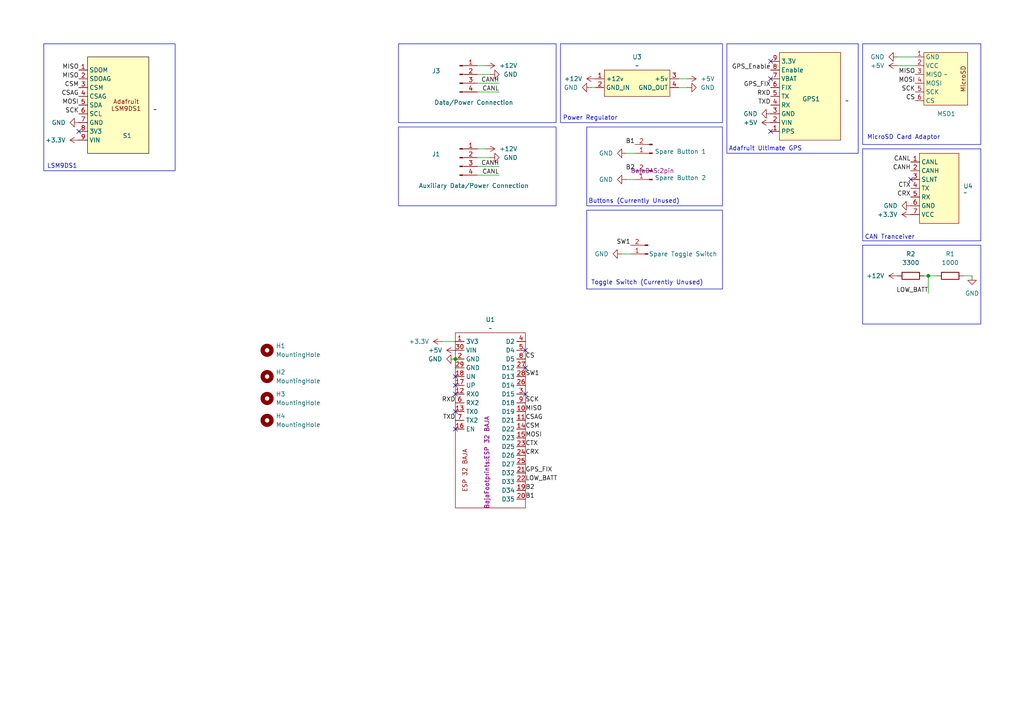
<source format=kicad_sch>
(kicad_sch
	(version 20231120)
	(generator "eeschema")
	(generator_version "8.0")
	(uuid "bf1fbc02-d00e-44a7-809f-9cef5db9ca60")
	(paper "A4")
	(title_block
		(title "BajaDAS")
		(rev "2025a")
		(company "NJIT Highlander Racing")
		(comment 1 "Electrical Subteam")
		(comment 2 "Alexander Huegler")
	)
	(lib_symbols
		(symbol "+5V_1"
			(power)
			(pin_numbers hide)
			(pin_names
				(offset 0) hide)
			(exclude_from_sim no)
			(in_bom yes)
			(on_board yes)
			(property "Reference" "#PWR"
				(at 0 -3.81 0)
				(effects
					(font
						(size 1.27 1.27)
					)
					(hide yes)
				)
			)
			(property "Value" "+5V"
				(at 0 3.556 0)
				(effects
					(font
						(size 1.27 1.27)
					)
				)
			)
			(property "Footprint" ""
				(at 0 0 0)
				(effects
					(font
						(size 1.27 1.27)
					)
					(hide yes)
				)
			)
			(property "Datasheet" ""
				(at 0 0 0)
				(effects
					(font
						(size 1.27 1.27)
					)
					(hide yes)
				)
			)
			(property "Description" "Power symbol creates a global label with name \"+5V\""
				(at 0 0 0)
				(effects
					(font
						(size 1.27 1.27)
					)
					(hide yes)
				)
			)
			(property "ki_keywords" "global power"
				(at 0 0 0)
				(effects
					(font
						(size 1.27 1.27)
					)
					(hide yes)
				)
			)
			(symbol "+5V_1_0_1"
				(polyline
					(pts
						(xy -0.762 1.27) (xy 0 2.54)
					)
					(stroke
						(width 0)
						(type default)
					)
					(fill
						(type none)
					)
				)
				(polyline
					(pts
						(xy 0 0) (xy 0 2.54)
					)
					(stroke
						(width 0)
						(type default)
					)
					(fill
						(type none)
					)
				)
				(polyline
					(pts
						(xy 0 2.54) (xy 0.762 1.27)
					)
					(stroke
						(width 0)
						(type default)
					)
					(fill
						(type none)
					)
				)
			)
			(symbol "+5V_1_1_1"
				(pin power_in line
					(at 0 0 90)
					(length 0)
					(name "~"
						(effects
							(font
								(size 1.27 1.27)
							)
						)
					)
					(number "1"
						(effects
							(font
								(size 1.27 1.27)
							)
						)
					)
				)
			)
		)
		(symbol "+5V_2"
			(power)
			(pin_numbers hide)
			(pin_names
				(offset 0) hide)
			(exclude_from_sim no)
			(in_bom yes)
			(on_board yes)
			(property "Reference" "#PWR"
				(at 0 -3.81 0)
				(effects
					(font
						(size 1.27 1.27)
					)
					(hide yes)
				)
			)
			(property "Value" "+5V"
				(at 0 3.556 0)
				(effects
					(font
						(size 1.27 1.27)
					)
				)
			)
			(property "Footprint" ""
				(at 0 0 0)
				(effects
					(font
						(size 1.27 1.27)
					)
					(hide yes)
				)
			)
			(property "Datasheet" ""
				(at 0 0 0)
				(effects
					(font
						(size 1.27 1.27)
					)
					(hide yes)
				)
			)
			(property "Description" "Power symbol creates a global label with name \"+5V\""
				(at 0 0 0)
				(effects
					(font
						(size 1.27 1.27)
					)
					(hide yes)
				)
			)
			(property "ki_keywords" "global power"
				(at 0 0 0)
				(effects
					(font
						(size 1.27 1.27)
					)
					(hide yes)
				)
			)
			(symbol "+5V_2_0_1"
				(polyline
					(pts
						(xy -0.762 1.27) (xy 0 2.54)
					)
					(stroke
						(width 0)
						(type default)
					)
					(fill
						(type none)
					)
				)
				(polyline
					(pts
						(xy 0 0) (xy 0 2.54)
					)
					(stroke
						(width 0)
						(type default)
					)
					(fill
						(type none)
					)
				)
				(polyline
					(pts
						(xy 0 2.54) (xy 0.762 1.27)
					)
					(stroke
						(width 0)
						(type default)
					)
					(fill
						(type none)
					)
				)
			)
			(symbol "+5V_2_1_1"
				(pin power_in line
					(at 0 0 90)
					(length 0)
					(name "~"
						(effects
							(font
								(size 1.27 1.27)
							)
						)
					)
					(number "1"
						(effects
							(font
								(size 1.27 1.27)
							)
						)
					)
				)
			)
		)
		(symbol "+5V_3"
			(power)
			(pin_numbers hide)
			(pin_names
				(offset 0) hide)
			(exclude_from_sim no)
			(in_bom yes)
			(on_board yes)
			(property "Reference" "#PWR"
				(at 0 -3.81 0)
				(effects
					(font
						(size 1.27 1.27)
					)
					(hide yes)
				)
			)
			(property "Value" "+5V"
				(at 0 3.556 0)
				(effects
					(font
						(size 1.27 1.27)
					)
				)
			)
			(property "Footprint" ""
				(at 0 0 0)
				(effects
					(font
						(size 1.27 1.27)
					)
					(hide yes)
				)
			)
			(property "Datasheet" ""
				(at 0 0 0)
				(effects
					(font
						(size 1.27 1.27)
					)
					(hide yes)
				)
			)
			(property "Description" "Power symbol creates a global label with name \"+5V\""
				(at 0 0 0)
				(effects
					(font
						(size 1.27 1.27)
					)
					(hide yes)
				)
			)
			(property "ki_keywords" "global power"
				(at 0 0 0)
				(effects
					(font
						(size 1.27 1.27)
					)
					(hide yes)
				)
			)
			(symbol "+5V_3_0_1"
				(polyline
					(pts
						(xy -0.762 1.27) (xy 0 2.54)
					)
					(stroke
						(width 0)
						(type default)
					)
					(fill
						(type none)
					)
				)
				(polyline
					(pts
						(xy 0 0) (xy 0 2.54)
					)
					(stroke
						(width 0)
						(type default)
					)
					(fill
						(type none)
					)
				)
				(polyline
					(pts
						(xy 0 2.54) (xy 0.762 1.27)
					)
					(stroke
						(width 0)
						(type default)
					)
					(fill
						(type none)
					)
				)
			)
			(symbol "+5V_3_1_1"
				(pin power_in line
					(at 0 0 90)
					(length 0)
					(name "~"
						(effects
							(font
								(size 1.27 1.27)
							)
						)
					)
					(number "1"
						(effects
							(font
								(size 1.27 1.27)
							)
						)
					)
				)
			)
		)
		(symbol "Adafruit Ultimate GPS:Adafruit_LSM9DS1_v1"
			(exclude_from_sim no)
			(in_bom yes)
			(on_board yes)
			(property "Reference" "S"
				(at 9.144 -8.636 0)
				(effects
					(font
						(size 1.27 1.27)
					)
				)
			)
			(property "Value" ""
				(at -2.54 0 0)
				(effects
					(font
						(size 1.27 1.27)
					)
				)
			)
			(property "Footprint" ""
				(at -2.54 0 0)
				(effects
					(font
						(size 1.27 1.27)
					)
					(hide yes)
				)
			)
			(property "Datasheet" ""
				(at -2.54 0 0)
				(effects
					(font
						(size 1.27 1.27)
					)
					(hide yes)
				)
			)
			(property "Description" ""
				(at -2.54 0 0)
				(effects
					(font
						(size 1.27 1.27)
					)
					(hide yes)
				)
			)
			(symbol "Adafruit_LSM9DS1_v1_0_1"
				(rectangle
					(start 0 13.97)
					(end 17.78 -13.97)
					(stroke
						(width 0)
						(type default)
						(color 0 0 0 1)
					)
					(fill
						(type background)
					)
				)
			)
			(symbol "Adafruit_LSM9DS1_v1_1_1"
				(text "Adafruit\nLSM9DS1"
					(at 11.176 0 0)
					(effects
						(font
							(size 1.27 1.27)
						)
					)
				)
				(pin bidirectional line
					(at -2.54 10.16 0)
					(length 2.54)
					(name "SDOM"
						(effects
							(font
								(size 1.27 1.27)
							)
						)
					)
					(number "1"
						(effects
							(font
								(size 1.27 1.27)
							)
						)
					)
				)
				(pin bidirectional line
					(at -2.54 7.62 0)
					(length 2.54)
					(name "SDOAG"
						(effects
							(font
								(size 1.27 1.27)
							)
						)
					)
					(number "2"
						(effects
							(font
								(size 1.27 1.27)
							)
						)
					)
				)
				(pin bidirectional line
					(at -2.54 5.08 0)
					(length 2.54)
					(name "CSM"
						(effects
							(font
								(size 1.27 1.27)
							)
						)
					)
					(number "3"
						(effects
							(font
								(size 1.27 1.27)
							)
						)
					)
				)
				(pin bidirectional line
					(at -2.54 2.54 0)
					(length 2.54)
					(name "CSAG"
						(effects
							(font
								(size 1.27 1.27)
							)
						)
					)
					(number "4"
						(effects
							(font
								(size 1.27 1.27)
							)
						)
					)
				)
				(pin bidirectional line
					(at -2.54 0 0)
					(length 2.54)
					(name "SDA"
						(effects
							(font
								(size 1.27 1.27)
							)
						)
					)
					(number "5"
						(effects
							(font
								(size 1.27 1.27)
							)
						)
					)
				)
				(pin bidirectional line
					(at -2.54 -2.54 0)
					(length 2.54)
					(name "SCL"
						(effects
							(font
								(size 1.27 1.27)
							)
						)
					)
					(number "6"
						(effects
							(font
								(size 1.27 1.27)
							)
						)
					)
				)
				(pin bidirectional line
					(at -2.54 -5.08 0)
					(length 2.54)
					(name "GND"
						(effects
							(font
								(size 1.27 1.27)
							)
						)
					)
					(number "7"
						(effects
							(font
								(size 1.27 1.27)
							)
						)
					)
				)
				(pin bidirectional line
					(at -2.54 -7.62 0)
					(length 2.54)
					(name "3V3"
						(effects
							(font
								(size 1.27 1.27)
							)
						)
					)
					(number "8"
						(effects
							(font
								(size 1.27 1.27)
							)
						)
					)
				)
				(pin bidirectional line
					(at -2.54 -10.16 0)
					(length 2.54)
					(name "VIN"
						(effects
							(font
								(size 1.27 1.27)
							)
						)
					)
					(number "9"
						(effects
							(font
								(size 1.27 1.27)
							)
						)
					)
				)
			)
		)
		(symbol "Adafruit Ultimate GPS:Adafruit_Ultimate_GPS"
			(exclude_from_sim no)
			(in_bom yes)
			(on_board yes)
			(property "Reference" "GPS1"
				(at -2.286 -0.762 0)
				(effects
					(font
						(size 1.27 1.27)
					)
					(justify left)
				)
			)
			(property "Value" "~"
				(at 10.16 -1.27 0)
				(effects
					(font
						(size 1.27 1.27)
					)
					(justify left)
				)
			)
			(property "Footprint" ""
				(at -6.35 7.62 0)
				(effects
					(font
						(size 1.27 1.27)
					)
					(hide yes)
				)
			)
			(property "Datasheet" ""
				(at -6.35 7.62 0)
				(effects
					(font
						(size 1.27 1.27)
					)
					(hide yes)
				)
			)
			(property "Description" ""
				(at -6.35 7.62 0)
				(effects
					(font
						(size 1.27 1.27)
					)
					(hide yes)
				)
			)
			(symbol "Adafruit_Ultimate_GPS_0_1"
				(rectangle
					(start -8.89 12.7)
					(end 8.89 -12.7)
					(stroke
						(width 0)
						(type default)
					)
					(fill
						(type background)
					)
				)
			)
			(symbol "Adafruit_Ultimate_GPS_1_1"
				(pin output line
					(at -11.43 -10.16 0)
					(length 2.54)
					(name "PPS"
						(effects
							(font
								(size 1.27 1.27)
							)
						)
					)
					(number "1"
						(effects
							(font
								(size 1.27 1.27)
							)
						)
					)
				)
				(pin power_in line
					(at -11.43 -7.62 0)
					(length 2.54)
					(name "VIN"
						(effects
							(font
								(size 1.27 1.27)
							)
						)
					)
					(number "2"
						(effects
							(font
								(size 1.27 1.27)
							)
						)
					)
				)
				(pin free line
					(at -11.43 -5.08 0)
					(length 2.54)
					(name "GND"
						(effects
							(font
								(size 1.27 1.27)
							)
						)
					)
					(number "3"
						(effects
							(font
								(size 1.27 1.27)
							)
						)
					)
				)
				(pin input line
					(at -11.43 -2.54 0)
					(length 2.54)
					(name "RX"
						(effects
							(font
								(size 1.27 1.27)
							)
						)
					)
					(number "4"
						(effects
							(font
								(size 1.27 1.27)
							)
						)
					)
				)
				(pin output line
					(at -11.43 0 0)
					(length 2.54)
					(name "TX"
						(effects
							(font
								(size 1.27 1.27)
							)
						)
					)
					(number "5"
						(effects
							(font
								(size 1.27 1.27)
							)
						)
					)
				)
				(pin output line
					(at -11.43 2.54 0)
					(length 2.54)
					(name "FIX"
						(effects
							(font
								(size 1.27 1.27)
							)
						)
					)
					(number "6"
						(effects
							(font
								(size 1.27 1.27)
							)
						)
					)
				)
				(pin input line
					(at -11.43 5.08 0)
					(length 2.54)
					(name "VBAT"
						(effects
							(font
								(size 1.27 1.27)
							)
						)
					)
					(number "7"
						(effects
							(font
								(size 1.27 1.27)
							)
						)
					)
				)
				(pin input line
					(at -11.43 7.62 0)
					(length 2.54)
					(name "Enable"
						(effects
							(font
								(size 1.27 1.27)
							)
						)
					)
					(number "8"
						(effects
							(font
								(size 1.27 1.27)
							)
						)
					)
				)
				(pin power_out line
					(at -11.43 10.16 0)
					(length 2.54)
					(name "3.3V"
						(effects
							(font
								(size 1.27 1.27)
							)
						)
					)
					(number "9"
						(effects
							(font
								(size 1.27 1.27)
							)
						)
					)
				)
			)
		)
		(symbol "BAJA:2025v1_12v-5v_Converter"
			(exclude_from_sim no)
			(in_bom yes)
			(on_board yes)
			(property "Reference" "U3"
				(at 0.635 7.62 0)
				(effects
					(font
						(size 1.27 1.27)
					)
				)
			)
			(property "Value" "~"
				(at 0.635 5.08 0)
				(effects
					(font
						(size 1.27 1.27)
					)
				)
			)
			(property "Footprint" ""
				(at -2.54 -10.16 0)
				(effects
					(font
						(size 1.27 1.27)
					)
					(hide yes)
				)
			)
			(property "Datasheet" ""
				(at -2.54 -10.16 0)
				(effects
					(font
						(size 1.27 1.27)
					)
					(hide yes)
				)
			)
			(property "Description" ""
				(at -2.54 -10.16 0)
				(effects
					(font
						(size 1.27 1.27)
					)
					(hide yes)
				)
			)
			(symbol "2025v1_12v-5v_Converter_0_1"
				(rectangle
					(start -8.89 3.81)
					(end 10.16 -3.81)
					(stroke
						(width 0)
						(type default)
					)
					(fill
						(type background)
					)
				)
			)
			(symbol "2025v1_12v-5v_Converter_1_1"
				(pin power_in line
					(at -11.43 1.27 0)
					(length 2.54)
					(name "+12v"
						(effects
							(font
								(size 1.27 1.27)
							)
						)
					)
					(number "1"
						(effects
							(font
								(size 1.27 1.27)
							)
						)
					)
				)
				(pin power_in line
					(at -11.43 -1.27 0)
					(length 2.54)
					(name "GND_IN"
						(effects
							(font
								(size 1.27 1.27)
							)
						)
					)
					(number "2"
						(effects
							(font
								(size 1.27 1.27)
							)
						)
					)
				)
				(pin power_out line
					(at 12.7 1.27 180)
					(length 2.54)
					(name "+5v"
						(effects
							(font
								(size 1.27 1.27)
							)
						)
					)
					(number "3"
						(effects
							(font
								(size 1.27 1.27)
							)
						)
					)
				)
				(pin power_out line
					(at 12.7 -1.27 180)
					(length 2.54)
					(name "GND_OUT"
						(effects
							(font
								(size 1.27 1.27)
							)
						)
					)
					(number "4"
						(effects
							(font
								(size 1.27 1.27)
							)
						)
					)
				)
			)
		)
		(symbol "BAJA:CAN_Board"
			(exclude_from_sim no)
			(in_bom yes)
			(on_board yes)
			(property "Reference" "U4"
				(at 16.51 0.6351 0)
				(effects
					(font
						(size 1.27 1.27)
					)
					(justify left)
				)
			)
			(property "Value" "~"
				(at 16.51 -1.27 0)
				(effects
					(font
						(size 1.27 1.27)
					)
					(justify left)
				)
			)
			(property "Footprint" ""
				(at 1.27 0 0)
				(effects
					(font
						(size 1.27 1.27)
					)
					(hide yes)
				)
			)
			(property "Datasheet" ""
				(at 1.27 0 0)
				(effects
					(font
						(size 1.27 1.27)
					)
					(hide yes)
				)
			)
			(property "Description" ""
				(at 1.27 0 0)
				(effects
					(font
						(size 1.27 1.27)
					)
					(hide yes)
				)
			)
			(symbol "CAN_Board_0_1"
				(rectangle
					(start 3.81 10.16)
					(end 15.24 -10.16)
					(stroke
						(width 0)
						(type default)
					)
					(fill
						(type background)
					)
				)
			)
			(symbol "CAN_Board_1_1"
				(pin bidirectional line
					(at 1.27 7.62 0)
					(length 2.54)
					(name "CANL"
						(effects
							(font
								(size 1.27 1.27)
							)
						)
					)
					(number "1"
						(effects
							(font
								(size 1.27 1.27)
							)
						)
					)
				)
				(pin bidirectional line
					(at 1.27 5.08 0)
					(length 2.54)
					(name "CANH"
						(effects
							(font
								(size 1.27 1.27)
							)
						)
					)
					(number "2"
						(effects
							(font
								(size 1.27 1.27)
							)
						)
					)
				)
				(pin bidirectional line
					(at 1.27 2.54 0)
					(length 2.54)
					(name "SLNT"
						(effects
							(font
								(size 1.27 1.27)
							)
						)
					)
					(number "3"
						(effects
							(font
								(size 1.27 1.27)
							)
						)
					)
				)
				(pin bidirectional line
					(at 1.27 0 0)
					(length 2.54)
					(name "TX"
						(effects
							(font
								(size 1.27 1.27)
							)
						)
					)
					(number "4"
						(effects
							(font
								(size 1.27 1.27)
							)
						)
					)
				)
				(pin bidirectional line
					(at 1.27 -2.54 0)
					(length 2.54)
					(name "RX"
						(effects
							(font
								(size 1.27 1.27)
							)
						)
					)
					(number "5"
						(effects
							(font
								(size 1.27 1.27)
							)
						)
					)
				)
				(pin power_in line
					(at 1.27 -5.08 0)
					(length 2.54)
					(name "GND"
						(effects
							(font
								(size 1.27 1.27)
							)
						)
					)
					(number "6"
						(effects
							(font
								(size 1.27 1.27)
							)
						)
					)
				)
				(pin power_in line
					(at 1.27 -7.62 0)
					(length 2.54)
					(name "VCC"
						(effects
							(font
								(size 1.27 1.27)
							)
						)
					)
					(number "7"
						(effects
							(font
								(size 1.27 1.27)
							)
						)
					)
				)
			)
		)
		(symbol "Connector:Conn_01x03_Pin"
			(pin_names
				(offset 1.016) hide)
			(exclude_from_sim no)
			(in_bom yes)
			(on_board yes)
			(property "Reference" "J2"
				(at 3.556 -8.636 0)
				(effects
					(font
						(size 1.27 1.27)
					)
				)
			)
			(property "Value" "Spare Button 1"
				(at 3.302 -6.096 0)
				(effects
					(font
						(size 1.27 1.27)
					)
				)
			)
			(property "Footprint" "WheelSpeed:3pin"
				(at 0 0 0)
				(effects
					(font
						(size 1.27 1.27)
					)
					(hide yes)
				)
			)
			(property "Datasheet" "~"
				(at 0 0 0)
				(effects
					(font
						(size 1.27 1.27)
					)
					(hide yes)
				)
			)
			(property "Description" "Generic connector, single row, 01x02, script generated"
				(at 0 0 0)
				(effects
					(font
						(size 1.27 1.27)
					)
					(hide yes)
				)
			)
			(property "ki_locked" ""
				(at 0 0 0)
				(effects
					(font
						(size 1.27 1.27)
					)
				)
			)
			(property "ki_keywords" "connector"
				(at 0 0 0)
				(effects
					(font
						(size 1.27 1.27)
					)
					(hide yes)
				)
			)
			(property "ki_fp_filters" "Connector*:*_1x??_*"
				(at 0 0 0)
				(effects
					(font
						(size 1.27 1.27)
					)
					(hide yes)
				)
			)
			(symbol "Conn_01x03_Pin_1_1"
				(polyline
					(pts
						(xy 1.27 0) (xy 0.8636 0)
					)
					(stroke
						(width 0.1524)
						(type default)
					)
					(fill
						(type none)
					)
				)
				(polyline
					(pts
						(xy 1.27 2.54) (xy 0.8636 2.54)
					)
					(stroke
						(width 0.1524)
						(type default)
					)
					(fill
						(type none)
					)
				)
				(rectangle
					(start 0.8636 0.127)
					(end 0 -0.127)
					(stroke
						(width 0.1524)
						(type default)
					)
					(fill
						(type outline)
					)
				)
				(rectangle
					(start 0.8636 2.667)
					(end 0 2.413)
					(stroke
						(width 0.1524)
						(type default)
					)
					(fill
						(type outline)
					)
				)
				(pin passive line
					(at 5.08 2.54 180)
					(length 3.81)
					(name "Pin_1"
						(effects
							(font
								(size 1.27 1.27)
							)
						)
					)
					(number "1"
						(effects
							(font
								(size 1.27 1.27)
							)
						)
					)
				)
				(pin passive line
					(at 5.08 0 180)
					(length 3.81)
					(name "Pin_2"
						(effects
							(font
								(size 1.27 1.27)
							)
						)
					)
					(number "2"
						(effects
							(font
								(size 1.27 1.27)
							)
						)
					)
				)
			)
		)
		(symbol "Connector:Conn_01x04_Pin"
			(pin_names
				(offset 1.016) hide)
			(exclude_from_sim no)
			(in_bom yes)
			(on_board yes)
			(property "Reference" "J7"
				(at -6.858 1.016 0)
				(effects
					(font
						(size 1.27 1.27)
					)
				)
			)
			(property "Value" "VehicleBus"
				(at -7.112 -2.032 0)
				(effects
					(font
						(size 1.27 1.27)
					)
				)
			)
			(property "Footprint" "WheelSpeed:4pin"
				(at -1.016 7.874 0)
				(effects
					(font
						(size 1.27 1.27)
					)
					(hide yes)
				)
			)
			(property "Datasheet" "~"
				(at -1.016 7.874 0)
				(effects
					(font
						(size 1.27 1.27)
					)
					(hide yes)
				)
			)
			(property "Description" "Generic connector, single row, 01x04, script generated"
				(at -1.016 7.874 0)
				(effects
					(font
						(size 1.27 1.27)
					)
					(hide yes)
				)
			)
			(property "ki_locked" ""
				(at 0 0 0)
				(effects
					(font
						(size 1.27 1.27)
					)
				)
			)
			(property "ki_keywords" "connector"
				(at 0 0 0)
				(effects
					(font
						(size 1.27 1.27)
					)
					(hide yes)
				)
			)
			(property "ki_fp_filters" "Connector*:*_1x??_*"
				(at 0 0 0)
				(effects
					(font
						(size 1.27 1.27)
					)
					(hide yes)
				)
			)
			(symbol "Conn_01x04_Pin_1_1"
				(polyline
					(pts
						(xy 1.27 -5.08) (xy 0.8636 -5.08)
					)
					(stroke
						(width 0.1524)
						(type default)
					)
					(fill
						(type none)
					)
				)
				(polyline
					(pts
						(xy 1.27 -2.54) (xy 0.8636 -2.54)
					)
					(stroke
						(width 0.1524)
						(type default)
					)
					(fill
						(type none)
					)
				)
				(polyline
					(pts
						(xy 1.27 0) (xy 0.8636 0)
					)
					(stroke
						(width 0.1524)
						(type default)
					)
					(fill
						(type none)
					)
				)
				(polyline
					(pts
						(xy 1.27 2.54) (xy 0.8636 2.54)
					)
					(stroke
						(width 0.1524)
						(type default)
					)
					(fill
						(type none)
					)
				)
				(rectangle
					(start 0.8636 -4.953)
					(end 0 -5.207)
					(stroke
						(width 0.1524)
						(type default)
					)
					(fill
						(type outline)
					)
				)
				(rectangle
					(start 0.8636 -2.413)
					(end 0 -2.667)
					(stroke
						(width 0.1524)
						(type default)
					)
					(fill
						(type outline)
					)
				)
				(rectangle
					(start 0.8636 0.127)
					(end 0 -0.127)
					(stroke
						(width 0.1524)
						(type default)
					)
					(fill
						(type outline)
					)
				)
				(rectangle
					(start 0.8636 2.667)
					(end 0 2.413)
					(stroke
						(width 0.1524)
						(type default)
					)
					(fill
						(type outline)
					)
				)
				(pin power_in line
					(at 5.08 2.54 180)
					(length 3.81)
					(name "Pin_1"
						(effects
							(font
								(size 1.27 1.27)
							)
						)
					)
					(number "1"
						(effects
							(font
								(size 1.27 1.27)
							)
						)
					)
				)
				(pin power_in line
					(at 5.08 0 180)
					(length 3.81)
					(name "Pin_2"
						(effects
							(font
								(size 1.27 1.27)
							)
						)
					)
					(number "2"
						(effects
							(font
								(size 1.27 1.27)
							)
						)
					)
				)
				(pin bidirectional line
					(at 5.08 -2.54 180)
					(length 3.81)
					(name "Pin_3"
						(effects
							(font
								(size 1.27 1.27)
							)
						)
					)
					(number "3"
						(effects
							(font
								(size 1.27 1.27)
							)
						)
					)
				)
				(pin bidirectional line
					(at 5.08 -5.08 180)
					(length 3.81)
					(name "Pin_4"
						(effects
							(font
								(size 1.27 1.27)
							)
						)
					)
					(number "4"
						(effects
							(font
								(size 1.27 1.27)
							)
						)
					)
				)
			)
		)
		(symbol "Device:R"
			(pin_numbers hide)
			(pin_names
				(offset 0)
			)
			(exclude_from_sim no)
			(in_bom yes)
			(on_board yes)
			(property "Reference" "R"
				(at 2.032 0 90)
				(effects
					(font
						(size 1.27 1.27)
					)
				)
			)
			(property "Value" "R"
				(at 0 0 90)
				(effects
					(font
						(size 1.27 1.27)
					)
				)
			)
			(property "Footprint" ""
				(at -1.778 0 90)
				(effects
					(font
						(size 1.27 1.27)
					)
					(hide yes)
				)
			)
			(property "Datasheet" "~"
				(at 0 0 0)
				(effects
					(font
						(size 1.27 1.27)
					)
					(hide yes)
				)
			)
			(property "Description" "Resistor"
				(at 0 0 0)
				(effects
					(font
						(size 1.27 1.27)
					)
					(hide yes)
				)
			)
			(property "ki_keywords" "R res resistor"
				(at 0 0 0)
				(effects
					(font
						(size 1.27 1.27)
					)
					(hide yes)
				)
			)
			(property "ki_fp_filters" "R_*"
				(at 0 0 0)
				(effects
					(font
						(size 1.27 1.27)
					)
					(hide yes)
				)
			)
			(symbol "R_0_1"
				(rectangle
					(start -1.016 -2.54)
					(end 1.016 2.54)
					(stroke
						(width 0.254)
						(type default)
					)
					(fill
						(type none)
					)
				)
			)
			(symbol "R_1_1"
				(pin passive line
					(at 0 3.81 270)
					(length 1.27)
					(name "~"
						(effects
							(font
								(size 1.27 1.27)
							)
						)
					)
					(number "1"
						(effects
							(font
								(size 1.27 1.27)
							)
						)
					)
				)
				(pin passive line
					(at 0 -3.81 90)
					(length 1.27)
					(name "~"
						(effects
							(font
								(size 1.27 1.27)
							)
						)
					)
					(number "2"
						(effects
							(font
								(size 1.27 1.27)
							)
						)
					)
				)
			)
		)
		(symbol "ESP 32:ESP32"
			(exclude_from_sim no)
			(in_bom yes)
			(on_board yes)
			(property "Reference" "U"
				(at 0 0 0)
				(effects
					(font
						(size 1.27 1.27)
					)
				)
			)
			(property "Value" ""
				(at 0 0 0)
				(effects
					(font
						(size 1.27 1.27)
					)
				)
			)
			(property "Footprint" "ESP 32:ESP 32 BAJA"
				(at -1.016 -36.322 90)
				(effects
					(font
						(size 1.27 1.27)
					)
					(hide yes)
				)
			)
			(property "Datasheet" ""
				(at 0 0 0)
				(effects
					(font
						(size 1.27 1.27)
					)
					(hide yes)
				)
			)
			(property "Description" ""
				(at 0 0 0)
				(effects
					(font
						(size 1.27 1.27)
					)
					(hide yes)
				)
			)
			(symbol "ESP32_0_1"
				(rectangle
					(start -10.16 1.27)
					(end 10.16 -49.53)
					(stroke
						(width 0)
						(type default)
					)
					(fill
						(type none)
					)
				)
			)
			(symbol "ESP32_1_1"
				(text "ESP 32 BAJA\n"
					(at -7.366 -38.608 900)
					(effects
						(font
							(size 1.27 1.27)
						)
					)
				)
				(pin power_in line
					(at -10.16 -1.27 0)
					(length 2.54)
					(name "3V3"
						(effects
							(font
								(size 1.27 1.27)
							)
						)
					)
					(number "1"
						(effects
							(font
								(size 1.27 1.27)
							)
						)
					)
				)
				(pin bidirectional line
					(at 10.16 -21.59 180)
					(length 2.54)
					(name "D19"
						(effects
							(font
								(size 1.27 1.27)
							)
						)
					)
					(number "10"
						(effects
							(font
								(size 1.27 1.27)
							)
						)
					)
				)
				(pin bidirectional line
					(at 10.16 -24.13 180)
					(length 2.54)
					(name "D21"
						(effects
							(font
								(size 1.27 1.27)
							)
						)
					)
					(number "11"
						(effects
							(font
								(size 1.27 1.27)
							)
						)
					)
				)
				(pin input line
					(at -10.16 -16.51 0)
					(length 2.54)
					(name "RX0"
						(effects
							(font
								(size 1.27 1.27)
							)
						)
					)
					(number "12"
						(effects
							(font
								(size 1.27 1.27)
							)
						)
					)
				)
				(pin output line
					(at -10.16 -21.59 0)
					(length 2.54)
					(name "TX0"
						(effects
							(font
								(size 1.27 1.27)
							)
						)
					)
					(number "13"
						(effects
							(font
								(size 1.27 1.27)
							)
						)
					)
				)
				(pin bidirectional line
					(at 10.16 -26.67 180)
					(length 2.54)
					(name "D22"
						(effects
							(font
								(size 1.27 1.27)
							)
						)
					)
					(number "14"
						(effects
							(font
								(size 1.27 1.27)
							)
						)
					)
				)
				(pin bidirectional line
					(at 10.16 -29.21 180)
					(length 2.54)
					(name "D23"
						(effects
							(font
								(size 1.27 1.27)
							)
						)
					)
					(number "15"
						(effects
							(font
								(size 1.27 1.27)
							)
						)
					)
				)
				(pin bidirectional line
					(at -10.16 -26.67 0)
					(length 2.54)
					(name "EN"
						(effects
							(font
								(size 1.27 1.27)
							)
						)
					)
					(number "16"
						(effects
							(font
								(size 1.27 1.27)
							)
						)
					)
				)
				(pin passive line
					(at -10.16 -13.97 0)
					(length 2.54)
					(name "UP"
						(effects
							(font
								(size 1.27 1.27)
							)
						)
					)
					(number "17"
						(effects
							(font
								(size 1.27 1.27)
							)
						)
					)
				)
				(pin free line
					(at -10.16 -11.43 0)
					(length 2.54)
					(name "UN"
						(effects
							(font
								(size 1.27 1.27)
							)
						)
					)
					(number "18"
						(effects
							(font
								(size 1.27 1.27)
							)
						)
					)
				)
				(pin bidirectional line
					(at 10.16 -44.45 180)
					(length 2.54)
					(name "D34"
						(effects
							(font
								(size 1.27 1.27)
							)
						)
					)
					(number "19"
						(effects
							(font
								(size 1.27 1.27)
							)
						)
					)
				)
				(pin power_in line
					(at -10.16 -6.35 0)
					(length 2.54)
					(name "GND"
						(effects
							(font
								(size 1.27 1.27)
							)
						)
					)
					(number "2"
						(effects
							(font
								(size 1.27 1.27)
							)
						)
					)
				)
				(pin bidirectional line
					(at 10.16 -46.99 180)
					(length 2.54)
					(name "D35"
						(effects
							(font
								(size 1.27 1.27)
							)
						)
					)
					(number "20"
						(effects
							(font
								(size 1.27 1.27)
							)
						)
					)
				)
				(pin bidirectional line
					(at 10.16 -39.37 180)
					(length 2.54)
					(name "D32"
						(effects
							(font
								(size 1.27 1.27)
							)
						)
					)
					(number "21"
						(effects
							(font
								(size 1.27 1.27)
							)
						)
					)
				)
				(pin bidirectional line
					(at 10.16 -41.91 180)
					(length 2.54)
					(name "D33"
						(effects
							(font
								(size 1.27 1.27)
							)
						)
					)
					(number "22"
						(effects
							(font
								(size 1.27 1.27)
							)
						)
					)
				)
				(pin bidirectional line
					(at 10.16 -31.75 180)
					(length 2.54)
					(name "D25"
						(effects
							(font
								(size 1.27 1.27)
							)
						)
					)
					(number "23"
						(effects
							(font
								(size 1.27 1.27)
							)
						)
					)
				)
				(pin bidirectional line
					(at 10.16 -34.29 180)
					(length 2.54)
					(name "D26"
						(effects
							(font
								(size 1.27 1.27)
							)
						)
					)
					(number "24"
						(effects
							(font
								(size 1.27 1.27)
							)
						)
					)
				)
				(pin bidirectional line
					(at 10.16 -36.83 180)
					(length 2.54)
					(name "D27"
						(effects
							(font
								(size 1.27 1.27)
							)
						)
					)
					(number "25"
						(effects
							(font
								(size 1.27 1.27)
							)
						)
					)
				)
				(pin bidirectional line
					(at 10.16 -13.97 180)
					(length 2.54)
					(name "D14"
						(effects
							(font
								(size 1.27 1.27)
							)
						)
					)
					(number "26"
						(effects
							(font
								(size 1.27 1.27)
							)
						)
					)
				)
				(pin bidirectional line
					(at 10.16 -8.89 180)
					(length 2.54)
					(name "D12"
						(effects
							(font
								(size 1.27 1.27)
							)
						)
					)
					(number "27"
						(effects
							(font
								(size 1.27 1.27)
							)
						)
					)
				)
				(pin bidirectional line
					(at 10.16 -11.43 180)
					(length 2.54)
					(name "D13"
						(effects
							(font
								(size 1.27 1.27)
							)
						)
					)
					(number "28"
						(effects
							(font
								(size 1.27 1.27)
							)
						)
					)
				)
				(pin power_in line
					(at -10.16 -8.89 0)
					(length 2.54)
					(name "GND"
						(effects
							(font
								(size 1.27 1.27)
							)
						)
					)
					(number "29"
						(effects
							(font
								(size 1.27 1.27)
							)
						)
					)
				)
				(pin bidirectional line
					(at 10.16 -16.51 180)
					(length 2.54)
					(name "D15"
						(effects
							(font
								(size 1.27 1.27)
							)
						)
					)
					(number "3"
						(effects
							(font
								(size 1.27 1.27)
							)
						)
					)
				)
				(pin power_in line
					(at -10.16 -3.81 0)
					(length 2.54)
					(name "VIN"
						(effects
							(font
								(size 1.27 1.27)
							)
						)
					)
					(number "30"
						(effects
							(font
								(size 1.27 1.27)
							)
						)
					)
				)
				(pin bidirectional line
					(at 10.16 -1.27 180)
					(length 2.54)
					(name "D2"
						(effects
							(font
								(size 1.27 1.27)
							)
						)
					)
					(number "4"
						(effects
							(font
								(size 1.27 1.27)
							)
						)
					)
				)
				(pin bidirectional line
					(at 10.16 -3.81 180)
					(length 2.54)
					(name "D4"
						(effects
							(font
								(size 1.27 1.27)
							)
						)
					)
					(number "5"
						(effects
							(font
								(size 1.27 1.27)
							)
						)
					)
				)
				(pin input line
					(at -10.16 -19.05 0)
					(length 2.54)
					(name "RX2"
						(effects
							(font
								(size 1.27 1.27)
							)
						)
					)
					(number "6"
						(effects
							(font
								(size 1.27 1.27)
							)
						)
					)
				)
				(pin output line
					(at -10.16 -24.13 0)
					(length 2.54)
					(name "TX2"
						(effects
							(font
								(size 1.27 1.27)
							)
						)
					)
					(number "7"
						(effects
							(font
								(size 1.27 1.27)
							)
						)
					)
				)
				(pin bidirectional line
					(at 10.16 -6.35 180)
					(length 2.54)
					(name "D5"
						(effects
							(font
								(size 1.27 1.27)
							)
						)
					)
					(number "8"
						(effects
							(font
								(size 1.27 1.27)
							)
						)
					)
				)
				(pin bidirectional line
					(at 10.16 -19.05 180)
					(length 2.54)
					(name "D18"
						(effects
							(font
								(size 1.27 1.27)
							)
						)
					)
					(number "9"
						(effects
							(font
								(size 1.27 1.27)
							)
						)
					)
				)
			)
		)
		(symbol "GND_1"
			(power)
			(pin_numbers hide)
			(pin_names
				(offset 0) hide)
			(exclude_from_sim no)
			(in_bom yes)
			(on_board yes)
			(property "Reference" "#PWR"
				(at 0 -6.35 0)
				(effects
					(font
						(size 1.27 1.27)
					)
					(hide yes)
				)
			)
			(property "Value" "GND"
				(at 0 -3.81 0)
				(effects
					(font
						(size 1.27 1.27)
					)
				)
			)
			(property "Footprint" ""
				(at 0 0 0)
				(effects
					(font
						(size 1.27 1.27)
					)
					(hide yes)
				)
			)
			(property "Datasheet" ""
				(at 0 0 0)
				(effects
					(font
						(size 1.27 1.27)
					)
					(hide yes)
				)
			)
			(property "Description" "Power symbol creates a global label with name \"GND\" , ground"
				(at 0 0 0)
				(effects
					(font
						(size 1.27 1.27)
					)
					(hide yes)
				)
			)
			(property "ki_keywords" "global power"
				(at 0 0 0)
				(effects
					(font
						(size 1.27 1.27)
					)
					(hide yes)
				)
			)
			(symbol "GND_1_0_1"
				(polyline
					(pts
						(xy 0 0) (xy 0 -1.27) (xy 1.27 -1.27) (xy 0 -2.54) (xy -1.27 -1.27) (xy 0 -1.27)
					)
					(stroke
						(width 0)
						(type default)
					)
					(fill
						(type none)
					)
				)
			)
			(symbol "GND_1_1_1"
				(pin power_in line
					(at 0 0 270)
					(length 0)
					(name "~"
						(effects
							(font
								(size 1.27 1.27)
							)
						)
					)
					(number "1"
						(effects
							(font
								(size 1.27 1.27)
							)
						)
					)
				)
			)
		)
		(symbol "GND_2"
			(power)
			(pin_numbers hide)
			(pin_names
				(offset 0) hide)
			(exclude_from_sim no)
			(in_bom yes)
			(on_board yes)
			(property "Reference" "#PWR"
				(at 0 -6.35 0)
				(effects
					(font
						(size 1.27 1.27)
					)
					(hide yes)
				)
			)
			(property "Value" "GND"
				(at 0 -3.81 0)
				(effects
					(font
						(size 1.27 1.27)
					)
				)
			)
			(property "Footprint" ""
				(at 0 0 0)
				(effects
					(font
						(size 1.27 1.27)
					)
					(hide yes)
				)
			)
			(property "Datasheet" ""
				(at 0 0 0)
				(effects
					(font
						(size 1.27 1.27)
					)
					(hide yes)
				)
			)
			(property "Description" "Power symbol creates a global label with name \"GND\" , ground"
				(at 0 0 0)
				(effects
					(font
						(size 1.27 1.27)
					)
					(hide yes)
				)
			)
			(property "ki_keywords" "global power"
				(at 0 0 0)
				(effects
					(font
						(size 1.27 1.27)
					)
					(hide yes)
				)
			)
			(symbol "GND_2_0_1"
				(polyline
					(pts
						(xy 0 0) (xy 0 -1.27) (xy 1.27 -1.27) (xy 0 -2.54) (xy -1.27 -1.27) (xy 0 -1.27)
					)
					(stroke
						(width 0)
						(type default)
					)
					(fill
						(type none)
					)
				)
			)
			(symbol "GND_2_1_1"
				(pin power_in line
					(at 0 0 270)
					(length 0)
					(name "~"
						(effects
							(font
								(size 1.27 1.27)
							)
						)
					)
					(number "1"
						(effects
							(font
								(size 1.27 1.27)
							)
						)
					)
				)
			)
		)
		(symbol "GND_3"
			(power)
			(pin_numbers hide)
			(pin_names
				(offset 0) hide)
			(exclude_from_sim no)
			(in_bom yes)
			(on_board yes)
			(property "Reference" "#PWR"
				(at 0 -6.35 0)
				(effects
					(font
						(size 1.27 1.27)
					)
					(hide yes)
				)
			)
			(property "Value" "GND"
				(at 0 -3.81 0)
				(effects
					(font
						(size 1.27 1.27)
					)
				)
			)
			(property "Footprint" ""
				(at 0 0 0)
				(effects
					(font
						(size 1.27 1.27)
					)
					(hide yes)
				)
			)
			(property "Datasheet" ""
				(at 0 0 0)
				(effects
					(font
						(size 1.27 1.27)
					)
					(hide yes)
				)
			)
			(property "Description" "Power symbol creates a global label with name \"GND\" , ground"
				(at 0 0 0)
				(effects
					(font
						(size 1.27 1.27)
					)
					(hide yes)
				)
			)
			(property "ki_keywords" "global power"
				(at 0 0 0)
				(effects
					(font
						(size 1.27 1.27)
					)
					(hide yes)
				)
			)
			(symbol "GND_3_0_1"
				(polyline
					(pts
						(xy 0 0) (xy 0 -1.27) (xy 1.27 -1.27) (xy 0 -2.54) (xy -1.27 -1.27) (xy 0 -1.27)
					)
					(stroke
						(width 0)
						(type default)
					)
					(fill
						(type none)
					)
				)
			)
			(symbol "GND_3_1_1"
				(pin power_in line
					(at 0 0 270)
					(length 0)
					(name "~"
						(effects
							(font
								(size 1.27 1.27)
							)
						)
					)
					(number "1"
						(effects
							(font
								(size 1.27 1.27)
							)
						)
					)
				)
			)
		)
		(symbol "GND_4"
			(power)
			(pin_numbers hide)
			(pin_names
				(offset 0) hide)
			(exclude_from_sim no)
			(in_bom yes)
			(on_board yes)
			(property "Reference" "#PWR"
				(at 0 -6.35 0)
				(effects
					(font
						(size 1.27 1.27)
					)
					(hide yes)
				)
			)
			(property "Value" "GND"
				(at 0 -3.81 0)
				(effects
					(font
						(size 1.27 1.27)
					)
				)
			)
			(property "Footprint" ""
				(at 0 0 0)
				(effects
					(font
						(size 1.27 1.27)
					)
					(hide yes)
				)
			)
			(property "Datasheet" ""
				(at 0 0 0)
				(effects
					(font
						(size 1.27 1.27)
					)
					(hide yes)
				)
			)
			(property "Description" "Power symbol creates a global label with name \"GND\" , ground"
				(at 0 0 0)
				(effects
					(font
						(size 1.27 1.27)
					)
					(hide yes)
				)
			)
			(property "ki_keywords" "global power"
				(at 0 0 0)
				(effects
					(font
						(size 1.27 1.27)
					)
					(hide yes)
				)
			)
			(symbol "GND_4_0_1"
				(polyline
					(pts
						(xy 0 0) (xy 0 -1.27) (xy 1.27 -1.27) (xy 0 -2.54) (xy -1.27 -1.27) (xy 0 -1.27)
					)
					(stroke
						(width 0)
						(type default)
					)
					(fill
						(type none)
					)
				)
			)
			(symbol "GND_4_1_1"
				(pin power_in line
					(at 0 0 270)
					(length 0)
					(name "~"
						(effects
							(font
								(size 1.27 1.27)
							)
						)
					)
					(number "1"
						(effects
							(font
								(size 1.27 1.27)
							)
						)
					)
				)
			)
		)
		(symbol "GND_5"
			(power)
			(pin_numbers hide)
			(pin_names
				(offset 0) hide)
			(exclude_from_sim no)
			(in_bom yes)
			(on_board yes)
			(property "Reference" "#PWR"
				(at 0 -6.35 0)
				(effects
					(font
						(size 1.27 1.27)
					)
					(hide yes)
				)
			)
			(property "Value" "GND"
				(at 0 -3.81 0)
				(effects
					(font
						(size 1.27 1.27)
					)
				)
			)
			(property "Footprint" ""
				(at 0 0 0)
				(effects
					(font
						(size 1.27 1.27)
					)
					(hide yes)
				)
			)
			(property "Datasheet" ""
				(at 0 0 0)
				(effects
					(font
						(size 1.27 1.27)
					)
					(hide yes)
				)
			)
			(property "Description" "Power symbol creates a global label with name \"GND\" , ground"
				(at 0 0 0)
				(effects
					(font
						(size 1.27 1.27)
					)
					(hide yes)
				)
			)
			(property "ki_keywords" "global power"
				(at 0 0 0)
				(effects
					(font
						(size 1.27 1.27)
					)
					(hide yes)
				)
			)
			(symbol "GND_5_0_1"
				(polyline
					(pts
						(xy 0 0) (xy 0 -1.27) (xy 1.27 -1.27) (xy 0 -2.54) (xy -1.27 -1.27) (xy 0 -1.27)
					)
					(stroke
						(width 0)
						(type default)
					)
					(fill
						(type none)
					)
				)
			)
			(symbol "GND_5_1_1"
				(pin power_in line
					(at 0 0 270)
					(length 0)
					(name "~"
						(effects
							(font
								(size 1.27 1.27)
							)
						)
					)
					(number "1"
						(effects
							(font
								(size 1.27 1.27)
							)
						)
					)
				)
			)
		)
		(symbol "Mechanical:MountingHole"
			(pin_names
				(offset 1.016)
			)
			(exclude_from_sim yes)
			(in_bom no)
			(on_board yes)
			(property "Reference" "H"
				(at 0 5.08 0)
				(effects
					(font
						(size 1.27 1.27)
					)
				)
			)
			(property "Value" "MountingHole"
				(at 0 3.175 0)
				(effects
					(font
						(size 1.27 1.27)
					)
				)
			)
			(property "Footprint" ""
				(at 0 0 0)
				(effects
					(font
						(size 1.27 1.27)
					)
					(hide yes)
				)
			)
			(property "Datasheet" "~"
				(at 0 0 0)
				(effects
					(font
						(size 1.27 1.27)
					)
					(hide yes)
				)
			)
			(property "Description" "Mounting Hole without connection"
				(at 0 0 0)
				(effects
					(font
						(size 1.27 1.27)
					)
					(hide yes)
				)
			)
			(property "ki_keywords" "mounting hole"
				(at 0 0 0)
				(effects
					(font
						(size 1.27 1.27)
					)
					(hide yes)
				)
			)
			(property "ki_fp_filters" "MountingHole*"
				(at 0 0 0)
				(effects
					(font
						(size 1.27 1.27)
					)
					(hide yes)
				)
			)
			(symbol "MountingHole_0_1"
				(circle
					(center 0 0)
					(radius 1.27)
					(stroke
						(width 1.27)
						(type default)
					)
					(fill
						(type none)
					)
				)
			)
		)
		(symbol "MicroSD-Breakout-Board:MicroSD-Card-Adapter"
			(exclude_from_sim no)
			(in_bom yes)
			(on_board yes)
			(property "Reference" "MSD"
				(at 0 -10.16 0)
				(effects
					(font
						(size 1.27 1.27)
					)
				)
			)
			(property "Value" ""
				(at 0 1.27 0)
				(effects
					(font
						(size 1.27 1.27)
					)
				)
			)
			(property "Footprint" ""
				(at 0 1.27 0)
				(effects
					(font
						(size 1.27 1.27)
					)
					(hide yes)
				)
			)
			(property "Datasheet" ""
				(at 0 1.27 0)
				(effects
					(font
						(size 1.27 1.27)
					)
					(hide yes)
				)
			)
			(property "Description" ""
				(at 0 0 0)
				(effects
					(font
						(size 1.27 1.27)
					)
					(hide yes)
				)
			)
			(symbol "MicroSD-Card-Adapter_1_1"
				(rectangle
					(start -6.35 7.62)
					(end 6.35 -7.62)
					(stroke
						(width 0)
						(type default)
					)
					(fill
						(type background)
					)
				)
				(text "MicroSD"
					(at 5.08 0 900)
					(effects
						(font
							(size 1.27 1.27)
						)
					)
				)
				(pin bidirectional line
					(at -8.89 6.35 0)
					(length 2.54)
					(name "GND"
						(effects
							(font
								(size 1.27 1.27)
							)
						)
					)
					(number "1"
						(effects
							(font
								(size 1.27 1.27)
							)
						)
					)
				)
				(pin power_in line
					(at -8.89 3.81 0)
					(length 2.54)
					(name "VCC"
						(effects
							(font
								(size 1.27 1.27)
							)
						)
					)
					(number "2"
						(effects
							(font
								(size 1.27 1.27)
							)
						)
					)
				)
				(pin bidirectional line
					(at -8.89 1.27 0)
					(length 2.54)
					(name "MISO"
						(effects
							(font
								(size 1.27 1.27)
							)
						)
					)
					(number "3"
						(effects
							(font
								(size 1.27 1.27)
							)
						)
					)
				)
				(pin bidirectional line
					(at -8.89 -1.27 0)
					(length 2.54)
					(name "MOSI"
						(effects
							(font
								(size 1.27 1.27)
							)
						)
					)
					(number "4"
						(effects
							(font
								(size 1.27 1.27)
							)
						)
					)
				)
				(pin bidirectional line
					(at -8.89 -3.81 0)
					(length 2.54)
					(name "SCK"
						(effects
							(font
								(size 1.27 1.27)
							)
						)
					)
					(number "5"
						(effects
							(font
								(size 1.27 1.27)
							)
						)
					)
				)
				(pin bidirectional line
					(at -8.89 -6.35 0)
					(length 2.54)
					(name "CS"
						(effects
							(font
								(size 1.27 1.27)
							)
						)
					)
					(number "6"
						(effects
							(font
								(size 1.27 1.27)
							)
						)
					)
				)
			)
		)
		(symbol "power:+12V"
			(power)
			(pin_numbers hide)
			(pin_names
				(offset 0) hide)
			(exclude_from_sim no)
			(in_bom yes)
			(on_board yes)
			(property "Reference" "#PWR"
				(at 0 -3.81 0)
				(effects
					(font
						(size 1.27 1.27)
					)
					(hide yes)
				)
			)
			(property "Value" "+12V"
				(at 0 3.556 0)
				(effects
					(font
						(size 1.27 1.27)
					)
				)
			)
			(property "Footprint" ""
				(at 0 0 0)
				(effects
					(font
						(size 1.27 1.27)
					)
					(hide yes)
				)
			)
			(property "Datasheet" ""
				(at 0 0 0)
				(effects
					(font
						(size 1.27 1.27)
					)
					(hide yes)
				)
			)
			(property "Description" "Power symbol creates a global label with name \"+12V\""
				(at 0 0 0)
				(effects
					(font
						(size 1.27 1.27)
					)
					(hide yes)
				)
			)
			(property "ki_keywords" "global power"
				(at 0 0 0)
				(effects
					(font
						(size 1.27 1.27)
					)
					(hide yes)
				)
			)
			(symbol "+12V_0_1"
				(polyline
					(pts
						(xy -0.762 1.27) (xy 0 2.54)
					)
					(stroke
						(width 0)
						(type default)
					)
					(fill
						(type none)
					)
				)
				(polyline
					(pts
						(xy 0 0) (xy 0 2.54)
					)
					(stroke
						(width 0)
						(type default)
					)
					(fill
						(type none)
					)
				)
				(polyline
					(pts
						(xy 0 2.54) (xy 0.762 1.27)
					)
					(stroke
						(width 0)
						(type default)
					)
					(fill
						(type none)
					)
				)
			)
			(symbol "+12V_1_1"
				(pin power_in line
					(at 0 0 90)
					(length 0)
					(name "~"
						(effects
							(font
								(size 1.27 1.27)
							)
						)
					)
					(number "1"
						(effects
							(font
								(size 1.27 1.27)
							)
						)
					)
				)
			)
		)
		(symbol "power:+3.3V"
			(power)
			(pin_numbers hide)
			(pin_names
				(offset 0) hide)
			(exclude_from_sim no)
			(in_bom yes)
			(on_board yes)
			(property "Reference" "#PWR"
				(at 0 -3.81 0)
				(effects
					(font
						(size 1.27 1.27)
					)
					(hide yes)
				)
			)
			(property "Value" "+3.3V"
				(at 0 3.556 0)
				(effects
					(font
						(size 1.27 1.27)
					)
				)
			)
			(property "Footprint" ""
				(at 0 0 0)
				(effects
					(font
						(size 1.27 1.27)
					)
					(hide yes)
				)
			)
			(property "Datasheet" ""
				(at 0 0 0)
				(effects
					(font
						(size 1.27 1.27)
					)
					(hide yes)
				)
			)
			(property "Description" "Power symbol creates a global label with name \"+3.3V\""
				(at 0 0 0)
				(effects
					(font
						(size 1.27 1.27)
					)
					(hide yes)
				)
			)
			(property "ki_keywords" "global power"
				(at 0 0 0)
				(effects
					(font
						(size 1.27 1.27)
					)
					(hide yes)
				)
			)
			(symbol "+3.3V_0_1"
				(polyline
					(pts
						(xy -0.762 1.27) (xy 0 2.54)
					)
					(stroke
						(width 0)
						(type default)
					)
					(fill
						(type none)
					)
				)
				(polyline
					(pts
						(xy 0 0) (xy 0 2.54)
					)
					(stroke
						(width 0)
						(type default)
					)
					(fill
						(type none)
					)
				)
				(polyline
					(pts
						(xy 0 2.54) (xy 0.762 1.27)
					)
					(stroke
						(width 0)
						(type default)
					)
					(fill
						(type none)
					)
				)
			)
			(symbol "+3.3V_1_1"
				(pin power_in line
					(at 0 0 90)
					(length 0)
					(name "~"
						(effects
							(font
								(size 1.27 1.27)
							)
						)
					)
					(number "1"
						(effects
							(font
								(size 1.27 1.27)
							)
						)
					)
				)
			)
		)
		(symbol "power:+5V"
			(power)
			(pin_names
				(offset 0)
			)
			(exclude_from_sim no)
			(in_bom yes)
			(on_board yes)
			(property "Reference" "#PWR"
				(at 0 -3.81 0)
				(effects
					(font
						(size 1.27 1.27)
					)
					(hide yes)
				)
			)
			(property "Value" "+5V"
				(at 0 3.556 0)
				(effects
					(font
						(size 1.27 1.27)
					)
				)
			)
			(property "Footprint" ""
				(at 0 0 0)
				(effects
					(font
						(size 1.27 1.27)
					)
					(hide yes)
				)
			)
			(property "Datasheet" ""
				(at 0 0 0)
				(effects
					(font
						(size 1.27 1.27)
					)
					(hide yes)
				)
			)
			(property "Description" "Power symbol creates a global label with name \"+5V\""
				(at 0 0 0)
				(effects
					(font
						(size 1.27 1.27)
					)
					(hide yes)
				)
			)
			(property "ki_keywords" "global power"
				(at 0 0 0)
				(effects
					(font
						(size 1.27 1.27)
					)
					(hide yes)
				)
			)
			(symbol "+5V_0_1"
				(polyline
					(pts
						(xy -0.762 1.27) (xy 0 2.54)
					)
					(stroke
						(width 0)
						(type default)
					)
					(fill
						(type none)
					)
				)
				(polyline
					(pts
						(xy 0 0) (xy 0 2.54)
					)
					(stroke
						(width 0)
						(type default)
					)
					(fill
						(type none)
					)
				)
				(polyline
					(pts
						(xy 0 2.54) (xy 0.762 1.27)
					)
					(stroke
						(width 0)
						(type default)
					)
					(fill
						(type none)
					)
				)
			)
			(symbol "+5V_1_1"
				(pin power_in line
					(at 0 0 90)
					(length 0) hide
					(name "+5V"
						(effects
							(font
								(size 1.27 1.27)
							)
						)
					)
					(number "1"
						(effects
							(font
								(size 1.27 1.27)
							)
						)
					)
				)
			)
		)
		(symbol "power:GND"
			(power)
			(pin_names
				(offset 0)
			)
			(exclude_from_sim no)
			(in_bom yes)
			(on_board yes)
			(property "Reference" "#PWR"
				(at 0 -6.35 0)
				(effects
					(font
						(size 1.27 1.27)
					)
					(hide yes)
				)
			)
			(property "Value" "GND"
				(at 0 -3.81 0)
				(effects
					(font
						(size 1.27 1.27)
					)
				)
			)
			(property "Footprint" ""
				(at 0 0 0)
				(effects
					(font
						(size 1.27 1.27)
					)
					(hide yes)
				)
			)
			(property "Datasheet" ""
				(at 0 0 0)
				(effects
					(font
						(size 1.27 1.27)
					)
					(hide yes)
				)
			)
			(property "Description" "Power symbol creates a global label with name \"GND\" , ground"
				(at 0 0 0)
				(effects
					(font
						(size 1.27 1.27)
					)
					(hide yes)
				)
			)
			(property "ki_keywords" "global power"
				(at 0 0 0)
				(effects
					(font
						(size 1.27 1.27)
					)
					(hide yes)
				)
			)
			(symbol "GND_0_1"
				(polyline
					(pts
						(xy 0 0) (xy 0 -1.27) (xy 1.27 -1.27) (xy 0 -2.54) (xy -1.27 -1.27) (xy 0 -1.27)
					)
					(stroke
						(width 0)
						(type default)
					)
					(fill
						(type none)
					)
				)
			)
			(symbol "GND_1_1"
				(pin power_in line
					(at 0 0 270)
					(length 0) hide
					(name "GND"
						(effects
							(font
								(size 1.27 1.27)
							)
						)
					)
					(number "1"
						(effects
							(font
								(size 1.27 1.27)
							)
						)
					)
				)
			)
		)
		(symbol "power:GND1"
			(power)
			(pin_numbers hide)
			(pin_names
				(offset 0) hide)
			(exclude_from_sim no)
			(in_bom yes)
			(on_board yes)
			(property "Reference" "#PWR"
				(at 0 -6.35 0)
				(effects
					(font
						(size 1.27 1.27)
					)
					(hide yes)
				)
			)
			(property "Value" "GND1"
				(at 0 -3.81 0)
				(effects
					(font
						(size 1.27 1.27)
					)
				)
			)
			(property "Footprint" ""
				(at 0 0 0)
				(effects
					(font
						(size 1.27 1.27)
					)
					(hide yes)
				)
			)
			(property "Datasheet" ""
				(at 0 0 0)
				(effects
					(font
						(size 1.27 1.27)
					)
					(hide yes)
				)
			)
			(property "Description" "Power symbol creates a global label with name \"GND1\" , ground"
				(at 0 0 0)
				(effects
					(font
						(size 1.27 1.27)
					)
					(hide yes)
				)
			)
			(property "ki_keywords" "global power"
				(at 0 0 0)
				(effects
					(font
						(size 1.27 1.27)
					)
					(hide yes)
				)
			)
			(symbol "GND1_0_1"
				(polyline
					(pts
						(xy 0 0) (xy 0 -1.27) (xy 1.27 -1.27) (xy 0 -2.54) (xy -1.27 -1.27) (xy 0 -1.27)
					)
					(stroke
						(width 0)
						(type default)
					)
					(fill
						(type none)
					)
				)
			)
			(symbol "GND1_1_1"
				(pin power_in line
					(at 0 0 270)
					(length 0)
					(name "~"
						(effects
							(font
								(size 1.27 1.27)
							)
						)
					)
					(number "1"
						(effects
							(font
								(size 1.27 1.27)
							)
						)
					)
				)
			)
		)
	)
	(junction
		(at 132.08 104.14)
		(diameter 0)
		(color 0 0 0 0)
		(uuid "374908d0-5b84-4f6a-8a07-5d7c1f07c606")
	)
	(junction
		(at 269.24 80.01)
		(diameter 0)
		(color 0 0 0 0)
		(uuid "9e149cc8-f91b-4c5b-a6c2-6a132c323fae")
	)
	(no_connect
		(at 223.52 17.78)
		(uuid "09b89b38-2c69-4f89-81d4-0e34a82832ef")
	)
	(no_connect
		(at 152.4 106.68)
		(uuid "0f4f05bb-5612-4b15-8c5c-362c71b3e22f")
	)
	(no_connect
		(at 132.08 114.3)
		(uuid "21ae6805-4ed6-4797-8a3f-62b3a47a61d5")
	)
	(no_connect
		(at 22.86 38.1)
		(uuid "28f7eb4a-6f2a-4d5c-8006-401b395e6f68")
	)
	(no_connect
		(at 223.52 22.86)
		(uuid "36a9595c-1f69-4a42-977c-12c6bed816f9")
	)
	(no_connect
		(at 132.08 124.46)
		(uuid "37729d12-c667-40aa-8f7f-9ea01815f179")
	)
	(no_connect
		(at 132.08 119.38)
		(uuid "40c005c4-587d-4b99-b81c-b32642ac1aba")
	)
	(no_connect
		(at 264.16 52.07)
		(uuid "59726552-f3df-4740-9c76-52d53cbb9566")
	)
	(no_connect
		(at 152.4 101.6)
		(uuid "664afb6b-6869-4899-ada9-be9cb2062670")
	)
	(no_connect
		(at 132.08 111.76)
		(uuid "6e03e5f2-7841-4323-a0fd-e3b839151c73")
	)
	(no_connect
		(at 152.4 114.3)
		(uuid "cdfe2e9b-3bd0-421e-b940-ccb014e10647")
	)
	(no_connect
		(at 223.52 38.1)
		(uuid "f62f889f-be6e-4a62-88a3-17ddde8ce16a")
	)
	(no_connect
		(at 132.08 109.22)
		(uuid "fd94db25-5bef-4a16-a6ec-a9a342a5b57d")
	)
	(wire
		(pts
			(xy 171.45 25.4) (xy 172.72 25.4)
		)
		(stroke
			(width 0)
			(type default)
		)
		(uuid "019abae5-3371-43e6-900f-645b54312d93")
	)
	(wire
		(pts
			(xy 138.43 45.72) (xy 142.24 45.72)
		)
		(stroke
			(width 0)
			(type default)
		)
		(uuid "12bdab92-84a0-46c8-a791-cbb017007bde")
	)
	(wire
		(pts
			(xy 138.43 21.59) (xy 142.24 21.59)
		)
		(stroke
			(width 0)
			(type default)
		)
		(uuid "27b4e313-e3e9-44b0-b82b-98cb5c2d02f7")
	)
	(wire
		(pts
			(xy 128.27 99.06) (xy 132.08 99.06)
		)
		(stroke
			(width 0)
			(type default)
		)
		(uuid "2a6098a0-2fe5-4273-b1ba-1fdb1014fd36")
	)
	(wire
		(pts
			(xy 196.85 25.4) (xy 199.39 25.4)
		)
		(stroke
			(width 0)
			(type default)
		)
		(uuid "2e0667d2-c852-4c5d-afec-1b944b27507b")
	)
	(wire
		(pts
			(xy 138.43 19.05) (xy 140.97 19.05)
		)
		(stroke
			(width 0)
			(type default)
		)
		(uuid "39467ee0-10f7-468c-80a0-cf2eef723c24")
	)
	(wire
		(pts
			(xy 260.35 16.51) (xy 265.43 16.51)
		)
		(stroke
			(width 0)
			(type default)
		)
		(uuid "411743fb-795b-483a-8128-59a2ab2b94c9")
	)
	(wire
		(pts
			(xy 138.43 50.8) (xy 144.78 50.8)
		)
		(stroke
			(width 0)
			(type default)
		)
		(uuid "58191756-e7f4-4e48-a108-e45e0e3d8d67")
	)
	(wire
		(pts
			(xy 181.61 44.45) (xy 184.15 44.45)
		)
		(stroke
			(width 0)
			(type default)
		)
		(uuid "590b8380-a77d-4119-a89e-a9ca504b047d")
	)
	(wire
		(pts
			(xy 138.43 48.26) (xy 144.78 48.26)
		)
		(stroke
			(width 0)
			(type default)
		)
		(uuid "683a95b8-aca1-4bb2-b6b1-f604173c05ae")
	)
	(wire
		(pts
			(xy 269.24 80.01) (xy 271.78 80.01)
		)
		(stroke
			(width 0)
			(type default)
		)
		(uuid "7166c7e2-14e6-4843-86d9-81a030c9fd65")
	)
	(wire
		(pts
			(xy 138.43 24.13) (xy 144.78 24.13)
		)
		(stroke
			(width 0)
			(type default)
		)
		(uuid "7479e717-9b40-4cc5-9f4e-b96c6ca44835")
	)
	(wire
		(pts
			(xy 269.24 80.01) (xy 269.24 85.09)
		)
		(stroke
			(width 0)
			(type default)
		)
		(uuid "7e72e4c1-c078-4617-adec-3594cea15275")
	)
	(wire
		(pts
			(xy 180.34 73.66) (xy 182.88 73.66)
		)
		(stroke
			(width 0)
			(type default)
		)
		(uuid "80224f3b-4e07-4f9e-972c-6a9219a768c8")
	)
	(wire
		(pts
			(xy 260.35 19.05) (xy 265.43 19.05)
		)
		(stroke
			(width 0)
			(type default)
		)
		(uuid "8c349e06-3e79-4113-8246-bdd303974232")
	)
	(wire
		(pts
			(xy 132.08 104.14) (xy 132.08 106.68)
		)
		(stroke
			(width 0)
			(type default)
		)
		(uuid "900a41ff-35ae-459f-8af0-2c0a95a89337")
	)
	(wire
		(pts
			(xy 138.43 43.18) (xy 140.97 43.18)
		)
		(stroke
			(width 0)
			(type default)
		)
		(uuid "977613cb-7944-4519-bdd7-6d0f9319b955")
	)
	(wire
		(pts
			(xy 279.4 80.01) (xy 281.94 80.01)
		)
		(stroke
			(width 0)
			(type default)
		)
		(uuid "9c517269-1af1-4110-a325-d83124b29797")
	)
	(wire
		(pts
			(xy 196.85 22.86) (xy 199.39 22.86)
		)
		(stroke
			(width 0)
			(type default)
		)
		(uuid "bc4a5cc8-e09d-4735-8b2c-95fc47812c4d")
	)
	(wire
		(pts
			(xy 138.43 26.67) (xy 144.78 26.67)
		)
		(stroke
			(width 0)
			(type default)
		)
		(uuid "d8a05a50-f26d-47be-8f10-647c2f6a06d3")
	)
	(wire
		(pts
			(xy 267.97 80.01) (xy 269.24 80.01)
		)
		(stroke
			(width 0)
			(type default)
		)
		(uuid "e2551548-2b19-4714-9f63-0952bb2291c1")
	)
	(wire
		(pts
			(xy 181.61 52.07) (xy 184.15 52.07)
		)
		(stroke
			(width 0)
			(type default)
		)
		(uuid "fe88352e-0bf7-48ef-9683-d7122406778f")
	)
	(rectangle
		(start 170.18 36.83)
		(end 209.55 59.69)
		(stroke
			(width 0)
			(type default)
		)
		(fill
			(type none)
		)
		(uuid 1970f225-7054-4f6f-b1b9-f5fb7098229f)
	)
	(rectangle
		(start 250.19 43.18)
		(end 284.48 69.85)
		(stroke
			(width 0)
			(type default)
		)
		(fill
			(type none)
		)
		(uuid 4b83ce32-bc7e-4e72-87c3-d0803ee7b744)
	)
	(rectangle
		(start 170.18 60.96)
		(end 209.55 83.82)
		(stroke
			(width 0)
			(type default)
		)
		(fill
			(type none)
		)
		(uuid 66f7ae7e-7e64-4b31-85b8-75bd8efdd44e)
	)
	(rectangle
		(start 210.82 12.7)
		(end 248.92 44.45)
		(stroke
			(width 0)
			(type default)
		)
		(fill
			(type none)
		)
		(uuid 7af9e791-247d-4f0d-9a9d-29891c50c7cd)
	)
	(rectangle
		(start 12.7 12.7)
		(end 50.8 49.53)
		(stroke
			(width 0)
			(type default)
		)
		(fill
			(type none)
		)
		(uuid 8bb9dd34-3746-48e1-9197-2618852d324e)
	)
	(rectangle
		(start 250.19 12.7)
		(end 284.48 41.91)
		(stroke
			(width 0)
			(type default)
		)
		(fill
			(type none)
		)
		(uuid b6db6a16-83b9-4738-9087-fd0c54d24ac7)
	)
	(rectangle
		(start 250.19 71.12)
		(end 284.48 93.98)
		(stroke
			(width 0)
			(type default)
		)
		(fill
			(type none)
		)
		(uuid e142ab33-6897-40ca-8186-afa369d1e22d)
	)
	(rectangle
		(start 115.57 12.7)
		(end 161.29 35.56)
		(stroke
			(width 0)
			(type default)
		)
		(fill
			(type none)
		)
		(uuid e37f2919-bb38-4764-b768-e7c33711bb78)
	)
	(rectangle
		(start 162.56 12.7)
		(end 209.55 35.56)
		(stroke
			(width 0)
			(type default)
		)
		(fill
			(type none)
		)
		(uuid eec46edb-2177-4ee7-9976-b2df99e51203)
	)
	(rectangle
		(start 115.57 36.83)
		(end 161.29 59.69)
		(stroke
			(width 0)
			(type default)
		)
		(fill
			(type none)
		)
		(uuid faf58d85-a7d0-4972-8f08-0d34f868b733)
	)
	(text "Buttons (Currently Unused)"
		(exclude_from_sim no)
		(at 183.896 58.42 0)
		(effects
			(font
				(size 1.27 1.27)
			)
		)
		(uuid "0b45afb2-6f4c-4f4d-ba60-7b876fbbc9d1")
	)
	(text "CAN Tranceiver"
		(exclude_from_sim no)
		(at 258.064 68.834 0)
		(effects
			(font
				(size 1.27 1.27)
			)
		)
		(uuid "30eb755c-ebb6-4da1-8cee-0e21c0d82e74")
	)
	(text "Toggle Switch (Currently Unused)"
		(exclude_from_sim no)
		(at 187.706 82.042 0)
		(effects
			(font
				(size 1.27 1.27)
			)
		)
		(uuid "47957948-8c35-4346-b914-e684804ec98b")
	)
	(text "Adafruit Ultimate GPS"
		(exclude_from_sim no)
		(at 221.996 43.18 0)
		(effects
			(font
				(size 1.27 1.27)
			)
		)
		(uuid "c822dba8-04fc-4826-94b6-78de6e407187")
	)
	(text "Power Regulator"
		(exclude_from_sim no)
		(at 171.196 34.29 0)
		(effects
			(font
				(size 1.27 1.27)
			)
		)
		(uuid "cc22a296-a7ba-4d5d-8788-4ad29d56ff02")
	)
	(text "LSM9DS1"
		(exclude_from_sim no)
		(at 18.034 48.26 0)
		(effects
			(font
				(size 1.27 1.27)
			)
		)
		(uuid "da432b53-cf7c-4ba6-9bfa-dfe7002aec2f")
	)
	(text "MicroSD Card Adaptor"
		(exclude_from_sim no)
		(at 251.46 40.64 0)
		(effects
			(font
				(size 1.27 1.27)
			)
			(justify left bottom)
		)
		(uuid "fdbc55dd-6d35-407a-8baf-a1eeaa1400d3")
	)
	(label "CANH"
		(at 264.16 49.53 180)
		(fields_autoplaced yes)
		(effects
			(font
				(size 1.27 1.27)
			)
			(justify right bottom)
		)
		(uuid "03facf88-4176-4a26-8027-2d8c5e31a94c")
	)
	(label "CS"
		(at 152.4 104.14 0)
		(fields_autoplaced yes)
		(effects
			(font
				(size 1.27 1.27)
			)
			(justify left bottom)
		)
		(uuid "04757d80-8cde-446a-a0bf-a9056c7cf357")
	)
	(label "MISO"
		(at 265.43 21.59 180)
		(fields_autoplaced yes)
		(effects
			(font
				(size 1.27 1.27)
			)
			(justify right bottom)
		)
		(uuid "15be5156-f588-4238-bddf-96483a6dd42f")
	)
	(label "MISO"
		(at 22.86 20.32 180)
		(fields_autoplaced yes)
		(effects
			(font
				(size 1.27 1.27)
			)
			(justify right bottom)
		)
		(uuid "1adb7124-6261-447f-bbd0-9e1a2e5b8f18")
	)
	(label "CS"
		(at 265.43 29.21 180)
		(fields_autoplaced yes)
		(effects
			(font
				(size 1.27 1.27)
			)
			(justify right bottom)
		)
		(uuid "1aec3c56-4d58-4103-9066-4d234610237f")
	)
	(label "B1"
		(at 184.15 41.91 180)
		(fields_autoplaced yes)
		(effects
			(font
				(size 1.27 1.27)
			)
			(justify right bottom)
		)
		(uuid "1dfa063d-b0ab-43af-9b3a-a4c7965ce2fe")
	)
	(label "GPS_FIX"
		(at 152.4 137.16 0)
		(fields_autoplaced yes)
		(effects
			(font
				(size 1.27 1.27)
			)
			(justify left bottom)
		)
		(uuid "22eefde2-cb41-4556-b3ab-db2a5eb325ba")
	)
	(label "MOSI"
		(at 22.86 30.48 180)
		(fields_autoplaced yes)
		(effects
			(font
				(size 1.27 1.27)
			)
			(justify right bottom)
		)
		(uuid "277aa81e-663d-47fe-9871-d7ae8667ef66")
	)
	(label "CANL"
		(at 144.78 26.67 180)
		(fields_autoplaced yes)
		(effects
			(font
				(size 1.27 1.27)
			)
			(justify right bottom)
		)
		(uuid "2dada194-1785-4885-9d83-c3d8803283e0")
	)
	(label "CANH"
		(at 144.78 48.26 180)
		(fields_autoplaced yes)
		(effects
			(font
				(size 1.27 1.27)
			)
			(justify right bottom)
		)
		(uuid "3a9f267d-0449-4717-9bd2-fd65e54067ee")
	)
	(label "TXD"
		(at 132.08 121.92 180)
		(fields_autoplaced yes)
		(effects
			(font
				(size 1.27 1.27)
			)
			(justify right bottom)
		)
		(uuid "40e63f07-82f4-4126-9d74-af6c8b2346ac")
	)
	(label "B1"
		(at 152.4 144.78 0)
		(fields_autoplaced yes)
		(effects
			(font
				(size 1.27 1.27)
			)
			(justify left bottom)
		)
		(uuid "502c584a-87f6-4be0-a4bf-41ebb63b042c")
	)
	(label "GPS_FIX"
		(at 223.52 25.4 180)
		(fields_autoplaced yes)
		(effects
			(font
				(size 1.27 1.27)
			)
			(justify right bottom)
		)
		(uuid "5b276fb5-3239-4e6e-aefd-9ace1d05178f")
	)
	(label "CRX"
		(at 264.16 57.15 180)
		(fields_autoplaced yes)
		(effects
			(font
				(size 1.27 1.27)
			)
			(justify right bottom)
		)
		(uuid "5ca61e2f-3b68-4a6a-9966-8cfd0d00b029")
	)
	(label "SCK"
		(at 152.4 116.84 0)
		(fields_autoplaced yes)
		(effects
			(font
				(size 1.27 1.27)
			)
			(justify left bottom)
		)
		(uuid "66907f12-2469-483d-ad82-43f559f09b0a")
	)
	(label "CSM"
		(at 22.86 25.4 180)
		(fields_autoplaced yes)
		(effects
			(font
				(size 1.27 1.27)
			)
			(justify right bottom)
		)
		(uuid "680c0964-9a95-4979-84b5-ec4bb74f3a65")
	)
	(label "MOSI"
		(at 152.4 127 0)
		(fields_autoplaced yes)
		(effects
			(font
				(size 1.27 1.27)
			)
			(justify left bottom)
		)
		(uuid "6ad2134d-e749-4378-90b7-f1e09cb93d69")
	)
	(label "SW1"
		(at 182.88 71.12 180)
		(fields_autoplaced yes)
		(effects
			(font
				(size 1.27 1.27)
			)
			(justify right bottom)
		)
		(uuid "6baa64c1-c5f7-4d07-9062-8d3bc3a5a208")
	)
	(label "B2"
		(at 152.4 142.24 0)
		(fields_autoplaced yes)
		(effects
			(font
				(size 1.27 1.27)
			)
			(justify left bottom)
		)
		(uuid "7b86cae7-a00d-47c7-8a95-0215b3cae3d2")
	)
	(label "CANL"
		(at 144.78 50.8 180)
		(fields_autoplaced yes)
		(effects
			(font
				(size 1.27 1.27)
			)
			(justify right bottom)
		)
		(uuid "813d2d59-3f4f-4bc3-8b1d-211686042e19")
	)
	(label "MISO"
		(at 152.4 119.38 0)
		(fields_autoplaced yes)
		(effects
			(font
				(size 1.27 1.27)
			)
			(justify left bottom)
		)
		(uuid "823b9cca-a4d5-488f-8b2a-957f3bfbdc62")
	)
	(label "SW1"
		(at 152.4 109.22 0)
		(fields_autoplaced yes)
		(effects
			(font
				(size 1.27 1.27)
			)
			(justify left bottom)
		)
		(uuid "8e8bda21-4081-42c9-9a9b-a63ec66814bf")
	)
	(label "CSAG"
		(at 152.4 121.92 0)
		(fields_autoplaced yes)
		(effects
			(font
				(size 1.27 1.27)
			)
			(justify left bottom)
		)
		(uuid "979646bc-16f7-4655-950a-e8b90c886899")
	)
	(label "MOSI"
		(at 265.43 24.13 180)
		(fields_autoplaced yes)
		(effects
			(font
				(size 1.27 1.27)
			)
			(justify right bottom)
		)
		(uuid "a39893f2-7f0c-4fb2-a3d0-6616300a9bab")
	)
	(label "MISO"
		(at 22.86 22.86 180)
		(fields_autoplaced yes)
		(effects
			(font
				(size 1.27 1.27)
			)
			(justify right bottom)
		)
		(uuid "b143479e-d16d-4c4d-b323-4417a81b98e0")
	)
	(label "CANH"
		(at 144.78 24.13 180)
		(fields_autoplaced yes)
		(effects
			(font
				(size 1.27 1.27)
			)
			(justify right bottom)
		)
		(uuid "b9b7dc1b-0f39-4939-ac0d-43e65f2cfbdc")
	)
	(label "CSAG"
		(at 22.86 27.94 180)
		(fields_autoplaced yes)
		(effects
			(font
				(size 1.27 1.27)
			)
			(justify right bottom)
		)
		(uuid "ca96b746-de1d-4169-84d8-252d315a4ba9")
	)
	(label "TXD"
		(at 223.52 30.48 180)
		(fields_autoplaced yes)
		(effects
			(font
				(size 1.27 1.27)
			)
			(justify right bottom)
		)
		(uuid "cbfc6037-873d-42ff-a870-857c8958d401")
	)
	(label "LOW_BATT"
		(at 152.4 139.7 0)
		(fields_autoplaced yes)
		(effects
			(font
				(size 1.27 1.27)
			)
			(justify left bottom)
		)
		(uuid "ce3a152c-0fb7-4c89-bd3d-d5997bc6886f")
	)
	(label "CANL"
		(at 264.16 46.99 180)
		(fields_autoplaced yes)
		(effects
			(font
				(size 1.27 1.27)
			)
			(justify right bottom)
		)
		(uuid "cf68d086-c952-4609-afd3-20833cfe60e5")
	)
	(label "GPS_Enable"
		(at 223.52 20.32 180)
		(fields_autoplaced yes)
		(effects
			(font
				(size 1.27 1.27)
			)
			(justify right bottom)
		)
		(uuid "d1b59b0d-6a72-4494-abe3-b5b1671e5e57")
	)
	(label "CTX"
		(at 264.16 54.61 180)
		(fields_autoplaced yes)
		(effects
			(font
				(size 1.27 1.27)
			)
			(justify right bottom)
		)
		(uuid "d32dc1ba-4775-4e26-8af4-d3efc78834a7")
	)
	(label "SCK"
		(at 22.86 33.02 180)
		(fields_autoplaced yes)
		(effects
			(font
				(size 1.27 1.27)
			)
			(justify right bottom)
		)
		(uuid "d67b5b23-f958-4378-8471-6b65d9574384")
	)
	(label "SCK"
		(at 265.43 26.67 180)
		(fields_autoplaced yes)
		(effects
			(font
				(size 1.27 1.27)
			)
			(justify right bottom)
		)
		(uuid "da1017b4-7952-496d-8563-18833a77bd31")
	)
	(label "RXD"
		(at 223.52 27.94 180)
		(fields_autoplaced yes)
		(effects
			(font
				(size 1.27 1.27)
			)
			(justify right bottom)
		)
		(uuid "df216462-4c41-47bc-9523-8977ecd35a31")
	)
	(label "CRX"
		(at 152.4 132.08 0)
		(fields_autoplaced yes)
		(effects
			(font
				(size 1.27 1.27)
			)
			(justify left bottom)
		)
		(uuid "e8473bb1-1fc8-4e7d-9496-ce79f72779f1")
	)
	(label "LOW_BATT"
		(at 269.24 85.09 180)
		(fields_autoplaced yes)
		(effects
			(font
				(size 1.27 1.27)
			)
			(justify right bottom)
		)
		(uuid "ebfe900a-8d44-4820-9cb6-297fd26be330")
	)
	(label "B2"
		(at 184.15 49.53 180)
		(fields_autoplaced yes)
		(effects
			(font
				(size 1.27 1.27)
			)
			(justify right bottom)
		)
		(uuid "ecd5c28a-b3a0-4425-848a-55a9e59b0eaf")
	)
	(label "RXD"
		(at 132.08 116.84 180)
		(fields_autoplaced yes)
		(effects
			(font
				(size 1.27 1.27)
			)
			(justify right bottom)
		)
		(uuid "edb184b1-87ba-4106-b3fd-2d8b5ace4a00")
	)
	(label "CSM"
		(at 152.4 124.46 0)
		(fields_autoplaced yes)
		(effects
			(font
				(size 1.27 1.27)
			)
			(justify left bottom)
		)
		(uuid "f4469e9b-e757-4a3f-a8f4-ee8228932e7d")
	)
	(label "CTX"
		(at 152.4 129.54 0)
		(fields_autoplaced yes)
		(effects
			(font
				(size 1.27 1.27)
			)
			(justify left bottom)
		)
		(uuid "ff9988a2-ccb4-49b8-9578-2bf849511f0c")
	)
	(symbol
		(lib_id "BAJA:2025v1_12v-5v_Converter")
		(at 184.15 24.13 0)
		(unit 1)
		(exclude_from_sim no)
		(in_bom yes)
		(on_board yes)
		(dnp no)
		(fields_autoplaced yes)
		(uuid "08084e7d-c7ea-4250-bcc5-e14596061268")
		(property "Reference" "U3"
			(at 184.785 16.51 0)
			(effects
				(font
					(size 1.27 1.27)
				)
			)
		)
		(property "Value" "~"
			(at 184.785 19.05 0)
			(effects
				(font
					(size 1.27 1.27)
				)
			)
		)
		(property "Footprint" "BajaFootprints:Regulator_v1"
			(at 181.61 34.29 0)
			(effects
				(font
					(size 1.27 1.27)
				)
				(hide yes)
			)
		)
		(property "Datasheet" ""
			(at 181.61 34.29 0)
			(effects
				(font
					(size 1.27 1.27)
				)
				(hide yes)
			)
		)
		(property "Description" ""
			(at 181.61 34.29 0)
			(effects
				(font
					(size 1.27 1.27)
				)
				(hide yes)
			)
		)
		(pin "1"
			(uuid "3ef34b78-021a-4d99-b88d-6d0f68ecb219")
		)
		(pin "3"
			(uuid "cee044f1-e702-42be-80f0-c0d583c73b8c")
		)
		(pin "4"
			(uuid "ddee4503-9ba3-4d61-88ce-b45a0d95005c")
		)
		(pin "2"
			(uuid "96dcd033-5a10-42c9-8eba-2dd1dc0a3703")
		)
		(instances
			(project ""
				(path "/bf1fbc02-d00e-44a7-809f-9cef5db9ca60"
					(reference "U3")
					(unit 1)
				)
			)
		)
	)
	(symbol
		(lib_name "+5V_1")
		(lib_id "power:+5V")
		(at 132.08 101.6 90)
		(unit 1)
		(exclude_from_sim no)
		(in_bom yes)
		(on_board yes)
		(dnp no)
		(fields_autoplaced yes)
		(uuid "088caaec-d397-49f8-ac66-f3e6c91cf77b")
		(property "Reference" "#PWR03"
			(at 135.89 101.6 0)
			(effects
				(font
					(size 1.27 1.27)
				)
				(hide yes)
			)
		)
		(property "Value" "+5V"
			(at 128.27 101.5999 90)
			(effects
				(font
					(size 1.27 1.27)
				)
				(justify left)
			)
		)
		(property "Footprint" ""
			(at 132.08 101.6 0)
			(effects
				(font
					(size 1.27 1.27)
				)
				(hide yes)
			)
		)
		(property "Datasheet" ""
			(at 132.08 101.6 0)
			(effects
				(font
					(size 1.27 1.27)
				)
				(hide yes)
			)
		)
		(property "Description" "Power symbol creates a global label with name \"+5V\""
			(at 132.08 101.6 0)
			(effects
				(font
					(size 1.27 1.27)
				)
				(hide yes)
			)
		)
		(pin "1"
			(uuid "dad3f395-49f1-4c7b-b4a9-fc26f45fb8a7")
		)
		(instances
			(project ""
				(path "/bf1fbc02-d00e-44a7-809f-9cef5db9ca60"
					(reference "#PWR03")
					(unit 1)
				)
			)
		)
	)
	(symbol
		(lib_id "power:+12V")
		(at 140.97 43.18 270)
		(unit 1)
		(exclude_from_sim no)
		(in_bom yes)
		(on_board yes)
		(dnp no)
		(fields_autoplaced yes)
		(uuid "0d2654b4-481d-44a5-8a4a-3f07897fcc3c")
		(property "Reference" "#PWR014"
			(at 137.16 43.18 0)
			(effects
				(font
					(size 1.27 1.27)
				)
				(hide yes)
			)
		)
		(property "Value" "+12V"
			(at 144.78 43.1799 90)
			(effects
				(font
					(size 1.27 1.27)
				)
				(justify left)
			)
		)
		(property "Footprint" ""
			(at 140.97 43.18 0)
			(effects
				(font
					(size 1.27 1.27)
				)
				(hide yes)
			)
		)
		(property "Datasheet" ""
			(at 140.97 43.18 0)
			(effects
				(font
					(size 1.27 1.27)
				)
				(hide yes)
			)
		)
		(property "Description" "Power symbol creates a global label with name \"+12V\""
			(at 140.97 43.18 0)
			(effects
				(font
					(size 1.27 1.27)
				)
				(hide yes)
			)
		)
		(pin "1"
			(uuid "c37752db-ce17-4fee-a4fa-5c826f620a10")
		)
		(instances
			(project "bajadas2025"
				(path "/bf1fbc02-d00e-44a7-809f-9cef5db9ca60"
					(reference "#PWR014")
					(unit 1)
				)
			)
		)
	)
	(symbol
		(lib_id "Connector:Conn_01x04_Pin")
		(at 133.35 45.72 0)
		(unit 1)
		(exclude_from_sim no)
		(in_bom yes)
		(on_board yes)
		(dnp no)
		(uuid "1807cfc2-e649-4807-856f-8df57463b4a2")
		(property "Reference" "J1"
			(at 126.492 44.704 0)
			(effects
				(font
					(size 1.27 1.27)
				)
			)
		)
		(property "Value" "Auxiliary Data/Power Connection"
			(at 137.414 53.848 0)
			(effects
				(font
					(size 1.27 1.27)
				)
			)
		)
		(property "Footprint" "BajaDAS:4pin"
			(at 132.334 37.846 0)
			(effects
				(font
					(size 1.27 1.27)
				)
				(hide yes)
			)
		)
		(property "Datasheet" "~"
			(at 132.334 37.846 0)
			(effects
				(font
					(size 1.27 1.27)
				)
				(hide yes)
			)
		)
		(property "Description" "Generic connector, single row, 01x04, script generated"
			(at 132.334 37.846 0)
			(effects
				(font
					(size 1.27 1.27)
				)
				(hide yes)
			)
		)
		(pin "3"
			(uuid "c1654955-b85b-4de3-b4e2-08faca807b59")
		)
		(pin "4"
			(uuid "25bd528b-70b2-431c-ac92-d474c2309b21")
		)
		(pin "2"
			(uuid "d17f7498-ffdf-4477-a2d0-110a2986c564")
		)
		(pin "1"
			(uuid "59e7352c-9d26-4a55-95a3-849d548daf5c")
		)
		(instances
			(project "bajadas2025"
				(path "/bf1fbc02-d00e-44a7-809f-9cef5db9ca60"
					(reference "J1")
					(unit 1)
				)
			)
		)
	)
	(symbol
		(lib_id "Adafruit Ultimate GPS:Adafruit_LSM9DS1_v1")
		(at 25.4 30.48 0)
		(unit 1)
		(exclude_from_sim no)
		(in_bom yes)
		(on_board yes)
		(dnp no)
		(uuid "1d6990b6-b65e-46fb-a863-85c2907ac52b")
		(property "Reference" "S1"
			(at 35.56 39.37 0)
			(effects
				(font
					(size 1.27 1.27)
				)
				(justify left)
			)
		)
		(property "Value" "~"
			(at 44.45 31.75 0)
			(effects
				(font
					(size 1.27 1.27)
				)
				(justify left)
			)
		)
		(property "Footprint" "BajaFootprints:Adafruit LSM9DS1"
			(at 22.86 30.48 0)
			(effects
				(font
					(size 1.27 1.27)
				)
				(hide yes)
			)
		)
		(property "Datasheet" ""
			(at 22.86 30.48 0)
			(effects
				(font
					(size 1.27 1.27)
				)
				(hide yes)
			)
		)
		(property "Description" ""
			(at 22.86 30.48 0)
			(effects
				(font
					(size 1.27 1.27)
				)
				(hide yes)
			)
		)
		(pin "5"
			(uuid "1e6c5706-0b3c-4628-9bbd-eb9676ba1ff4")
		)
		(pin "1"
			(uuid "bfe9adaf-2100-418c-8a39-1e6abc2b895b")
		)
		(pin "2"
			(uuid "44a18136-ac8f-4ad4-9985-2585b9bfa556")
		)
		(pin "6"
			(uuid "5cc44919-4f38-4024-8968-eb8132462672")
		)
		(pin "7"
			(uuid "1d5ddb7c-ba1a-4f7d-9e34-a1dd2e1c5006")
		)
		(pin "3"
			(uuid "6d1ba2be-a85e-4050-a0b0-4099e40b01fd")
		)
		(pin "4"
			(uuid "e5682c26-b9ce-422e-9785-a3d9c22f1068")
		)
		(pin "8"
			(uuid "6e241887-aeaf-47ff-9f79-ad4dfea9e6c1")
		)
		(pin "9"
			(uuid "032cfda1-3cf5-4408-862e-b4d36487d793")
		)
		(instances
			(project ""
				(path "/bf1fbc02-d00e-44a7-809f-9cef5db9ca60"
					(reference "S1")
					(unit 1)
				)
			)
		)
	)
	(symbol
		(lib_id "Mechanical:MountingHole")
		(at 77.47 101.6 0)
		(unit 1)
		(exclude_from_sim yes)
		(in_bom no)
		(on_board yes)
		(dnp no)
		(fields_autoplaced yes)
		(uuid "1db392f3-292c-426d-9e2b-c7f27897d2a4")
		(property "Reference" "H1"
			(at 80.01 100.3299 0)
			(effects
				(font
					(size 1.27 1.27)
				)
				(justify left)
			)
		)
		(property "Value" "MountingHole"
			(at 80.01 102.8699 0)
			(effects
				(font
					(size 1.27 1.27)
				)
				(justify left)
			)
		)
		(property "Footprint" "MountingHole:MountingHole_4.3mm_M4"
			(at 77.47 101.6 0)
			(effects
				(font
					(size 1.27 1.27)
				)
				(hide yes)
			)
		)
		(property "Datasheet" "~"
			(at 77.47 101.6 0)
			(effects
				(font
					(size 1.27 1.27)
				)
				(hide yes)
			)
		)
		(property "Description" "Mounting Hole without connection"
			(at 77.47 101.6 0)
			(effects
				(font
					(size 1.27 1.27)
				)
				(hide yes)
			)
		)
		(instances
			(project ""
				(path "/bf1fbc02-d00e-44a7-809f-9cef5db9ca60"
					(reference "H1")
					(unit 1)
				)
			)
		)
	)
	(symbol
		(lib_id "power:+12V")
		(at 260.35 80.01 90)
		(unit 1)
		(exclude_from_sim no)
		(in_bom yes)
		(on_board yes)
		(dnp no)
		(fields_autoplaced yes)
		(uuid "1e86b9db-7327-49be-ab90-7b38129ea00f")
		(property "Reference" "#PWR023"
			(at 264.16 80.01 0)
			(effects
				(font
					(size 1.27 1.27)
				)
				(hide yes)
			)
		)
		(property "Value" "+12V"
			(at 256.54 80.0099 90)
			(effects
				(font
					(size 1.27 1.27)
				)
				(justify left)
			)
		)
		(property "Footprint" ""
			(at 260.35 80.01 0)
			(effects
				(font
					(size 1.27 1.27)
				)
				(hide yes)
			)
		)
		(property "Datasheet" ""
			(at 260.35 80.01 0)
			(effects
				(font
					(size 1.27 1.27)
				)
				(hide yes)
			)
		)
		(property "Description" "Power symbol creates a global label with name \"+12V\""
			(at 260.35 80.01 0)
			(effects
				(font
					(size 1.27 1.27)
				)
				(hide yes)
			)
		)
		(pin "1"
			(uuid "9b1a7cc9-5f8c-4a09-bc82-3f2742b5eab1")
		)
		(instances
			(project "bajadas2025"
				(path "/bf1fbc02-d00e-44a7-809f-9cef5db9ca60"
					(reference "#PWR023")
					(unit 1)
				)
			)
		)
	)
	(symbol
		(lib_id "Connector:Conn_01x03_Pin")
		(at 187.96 71.12 180)
		(unit 1)
		(exclude_from_sim no)
		(in_bom yes)
		(on_board yes)
		(dnp no)
		(uuid "21dcbb3d-20f2-47fc-b6b9-2613899bc80c")
		(property "Reference" "J5"
			(at 184.404 62.484 0)
			(effects
				(font
					(size 1.27 1.27)
				)
				(hide yes)
			)
		)
		(property "Value" "Spare Toggle Switch"
			(at 198.12 73.66 0)
			(effects
				(font
					(size 1.27 1.27)
				)
			)
		)
		(property "Footprint" "BajaDAS:2pin"
			(at 187.96 71.12 0)
			(effects
				(font
					(size 1.27 1.27)
				)
				(hide yes)
			)
		)
		(property "Datasheet" "~"
			(at 187.96 71.12 0)
			(effects
				(font
					(size 1.27 1.27)
				)
				(hide yes)
			)
		)
		(property "Description" "Generic connector, single row, 01x02, script generated"
			(at 187.96 71.12 0)
			(effects
				(font
					(size 1.27 1.27)
				)
				(hide yes)
			)
		)
		(pin "2"
			(uuid "43e5abdd-be77-4345-968c-7d8c3f334da0")
		)
		(pin "1"
			(uuid "2ebb0d17-5254-4744-845a-aac71943685e")
		)
		(instances
			(project "bajadas2025"
				(path "/bf1fbc02-d00e-44a7-809f-9cef5db9ca60"
					(reference "J5")
					(unit 1)
				)
			)
		)
	)
	(symbol
		(lib_id "Device:R")
		(at 264.16 80.01 90)
		(unit 1)
		(exclude_from_sim no)
		(in_bom yes)
		(on_board yes)
		(dnp no)
		(fields_autoplaced yes)
		(uuid "24759fe0-68a3-475d-ac09-5978ee56aa56")
		(property "Reference" "R2"
			(at 264.16 73.66 90)
			(effects
				(font
					(size 1.27 1.27)
				)
			)
		)
		(property "Value" "3300"
			(at 264.16 76.2 90)
			(effects
				(font
					(size 1.27 1.27)
				)
			)
		)
		(property "Footprint" "Resistor_THT:R_Axial_DIN0207_L6.3mm_D2.5mm_P10.16mm_Horizontal"
			(at 264.16 81.788 90)
			(effects
				(font
					(size 1.27 1.27)
				)
				(hide yes)
			)
		)
		(property "Datasheet" "~"
			(at 264.16 80.01 0)
			(effects
				(font
					(size 1.27 1.27)
				)
				(hide yes)
			)
		)
		(property "Description" "Resistor"
			(at 264.16 80.01 0)
			(effects
				(font
					(size 1.27 1.27)
				)
				(hide yes)
			)
		)
		(pin "1"
			(uuid "55db4bac-5d4e-4858-9371-aba6b5da96b1")
		)
		(pin "2"
			(uuid "4798278e-d178-4522-be0c-bcfab4ae02c5")
		)
		(instances
			(project "bajadas2025"
				(path "/bf1fbc02-d00e-44a7-809f-9cef5db9ca60"
					(reference "R2")
					(unit 1)
				)
			)
		)
	)
	(symbol
		(lib_id "power:GND1")
		(at 142.24 45.72 90)
		(unit 1)
		(exclude_from_sim no)
		(in_bom yes)
		(on_board yes)
		(dnp no)
		(fields_autoplaced yes)
		(uuid "26421e89-6aa4-40c8-9593-12fdcd524fc2")
		(property "Reference" "#PWR022"
			(at 148.59 45.72 0)
			(effects
				(font
					(size 1.27 1.27)
				)
				(hide yes)
			)
		)
		(property "Value" "GND"
			(at 146.05 45.7199 90)
			(effects
				(font
					(size 1.27 1.27)
				)
				(justify right)
			)
		)
		(property "Footprint" ""
			(at 142.24 45.72 0)
			(effects
				(font
					(size 1.27 1.27)
				)
				(hide yes)
			)
		)
		(property "Datasheet" ""
			(at 142.24 45.72 0)
			(effects
				(font
					(size 1.27 1.27)
				)
				(hide yes)
			)
		)
		(property "Description" "Power symbol creates a global label with name \"GND1\" , ground"
			(at 142.24 45.72 0)
			(effects
				(font
					(size 1.27 1.27)
				)
				(hide yes)
			)
		)
		(pin "1"
			(uuid "4b335cc4-6b45-412d-be30-999a8bf65b81")
		)
		(instances
			(project "bajadas2025"
				(path "/bf1fbc02-d00e-44a7-809f-9cef5db9ca60"
					(reference "#PWR022")
					(unit 1)
				)
			)
		)
	)
	(symbol
		(lib_name "GND_4")
		(lib_id "power:GND")
		(at 171.45 25.4 270)
		(unit 1)
		(exclude_from_sim no)
		(in_bom yes)
		(on_board yes)
		(dnp no)
		(fields_autoplaced yes)
		(uuid "29d07526-dd35-4d17-af35-04fbf5524684")
		(property "Reference" "#PWR018"
			(at 165.1 25.4 0)
			(effects
				(font
					(size 1.27 1.27)
				)
				(hide yes)
			)
		)
		(property "Value" "GND"
			(at 167.64 25.3999 90)
			(effects
				(font
					(size 1.27 1.27)
				)
				(justify right)
			)
		)
		(property "Footprint" ""
			(at 171.45 25.4 0)
			(effects
				(font
					(size 1.27 1.27)
				)
				(hide yes)
			)
		)
		(property "Datasheet" ""
			(at 171.45 25.4 0)
			(effects
				(font
					(size 1.27 1.27)
				)
				(hide yes)
			)
		)
		(property "Description" "Power symbol creates a global label with name \"GND\" , ground"
			(at 171.45 25.4 0)
			(effects
				(font
					(size 1.27 1.27)
				)
				(hide yes)
			)
		)
		(pin "1"
			(uuid "3038c9fd-f0da-4c20-9151-1533ce691b67")
		)
		(instances
			(project "bajadas2025"
				(path "/bf1fbc02-d00e-44a7-809f-9cef5db9ca60"
					(reference "#PWR018")
					(unit 1)
				)
			)
		)
	)
	(symbol
		(lib_name "GND_4")
		(lib_id "power:GND")
		(at 181.61 44.45 270)
		(unit 1)
		(exclude_from_sim no)
		(in_bom yes)
		(on_board yes)
		(dnp no)
		(fields_autoplaced yes)
		(uuid "2d7b2007-ecd2-4191-919d-baeeed9fac94")
		(property "Reference" "#PWR016"
			(at 175.26 44.45 0)
			(effects
				(font
					(size 1.27 1.27)
				)
				(hide yes)
			)
		)
		(property "Value" "GND"
			(at 177.8 44.4501 90)
			(effects
				(font
					(size 1.27 1.27)
				)
				(justify right)
			)
		)
		(property "Footprint" ""
			(at 181.61 44.45 0)
			(effects
				(font
					(size 1.27 1.27)
				)
				(hide yes)
			)
		)
		(property "Datasheet" ""
			(at 181.61 44.45 0)
			(effects
				(font
					(size 1.27 1.27)
				)
				(hide yes)
			)
		)
		(property "Description" "Power symbol creates a global label with name \"GND\" , ground"
			(at 181.61 44.45 0)
			(effects
				(font
					(size 1.27 1.27)
				)
				(hide yes)
			)
		)
		(pin "1"
			(uuid "4980d2af-f6c6-46e4-a7a4-5910117ca3db")
		)
		(instances
			(project "bajadas2025"
				(path "/bf1fbc02-d00e-44a7-809f-9cef5db9ca60"
					(reference "#PWR016")
					(unit 1)
				)
			)
		)
	)
	(symbol
		(lib_id "power:+12V")
		(at 172.72 22.86 90)
		(unit 1)
		(exclude_from_sim no)
		(in_bom yes)
		(on_board yes)
		(dnp no)
		(fields_autoplaced yes)
		(uuid "372b4742-d873-4d09-ba0e-9590cbacafc5")
		(property "Reference" "#PWR017"
			(at 176.53 22.86 0)
			(effects
				(font
					(size 1.27 1.27)
				)
				(hide yes)
			)
		)
		(property "Value" "+12V"
			(at 168.91 22.8599 90)
			(effects
				(font
					(size 1.27 1.27)
				)
				(justify left)
			)
		)
		(property "Footprint" ""
			(at 172.72 22.86 0)
			(effects
				(font
					(size 1.27 1.27)
				)
				(hide yes)
			)
		)
		(property "Datasheet" ""
			(at 172.72 22.86 0)
			(effects
				(font
					(size 1.27 1.27)
				)
				(hide yes)
			)
		)
		(property "Description" "Power symbol creates a global label with name \"+12V\""
			(at 172.72 22.86 0)
			(effects
				(font
					(size 1.27 1.27)
				)
				(hide yes)
			)
		)
		(pin "1"
			(uuid "dcd77780-b4c7-43a4-8da0-126210911346")
		)
		(instances
			(project ""
				(path "/bf1fbc02-d00e-44a7-809f-9cef5db9ca60"
					(reference "#PWR017")
					(unit 1)
				)
			)
		)
	)
	(symbol
		(lib_id "power:+3.3V")
		(at 128.27 99.06 90)
		(unit 1)
		(exclude_from_sim no)
		(in_bom yes)
		(on_board yes)
		(dnp no)
		(fields_autoplaced yes)
		(uuid "3f4a2e97-2ad0-4ba7-8a6a-76bb37da2c96")
		(property "Reference" "#PWR011"
			(at 132.08 99.06 0)
			(effects
				(font
					(size 1.27 1.27)
				)
				(hide yes)
			)
		)
		(property "Value" "+3.3V"
			(at 124.46 99.0599 90)
			(effects
				(font
					(size 1.27 1.27)
				)
				(justify left)
			)
		)
		(property "Footprint" ""
			(at 128.27 99.06 0)
			(effects
				(font
					(size 1.27 1.27)
				)
				(hide yes)
			)
		)
		(property "Datasheet" ""
			(at 128.27 99.06 0)
			(effects
				(font
					(size 1.27 1.27)
				)
				(hide yes)
			)
		)
		(property "Description" "Power symbol creates a global label with name \"+3.3V\""
			(at 128.27 99.06 0)
			(effects
				(font
					(size 1.27 1.27)
				)
				(hide yes)
			)
		)
		(pin "1"
			(uuid "fd3f71e9-2434-49ed-9bde-ccb49b27ca90")
		)
		(instances
			(project ""
				(path "/bf1fbc02-d00e-44a7-809f-9cef5db9ca60"
					(reference "#PWR011")
					(unit 1)
				)
			)
		)
	)
	(symbol
		(lib_name "GND_3")
		(lib_id "power:GND")
		(at 223.52 33.02 270)
		(unit 1)
		(exclude_from_sim no)
		(in_bom yes)
		(on_board yes)
		(dnp no)
		(fields_autoplaced yes)
		(uuid "4696c46c-40d2-4ada-8183-65cc6eb4715f")
		(property "Reference" "#PWR010"
			(at 217.17 33.02 0)
			(effects
				(font
					(size 1.27 1.27)
				)
				(hide yes)
			)
		)
		(property "Value" "GND"
			(at 219.71 33.0199 90)
			(effects
				(font
					(size 1.27 1.27)
				)
				(justify right)
			)
		)
		(property "Footprint" ""
			(at 223.52 33.02 0)
			(effects
				(font
					(size 1.27 1.27)
				)
				(hide yes)
			)
		)
		(property "Datasheet" ""
			(at 223.52 33.02 0)
			(effects
				(font
					(size 1.27 1.27)
				)
				(hide yes)
			)
		)
		(property "Description" "Power symbol creates a global label with name \"GND\" , ground"
			(at 223.52 33.02 0)
			(effects
				(font
					(size 1.27 1.27)
				)
				(hide yes)
			)
		)
		(pin "1"
			(uuid "b33cd972-2a17-4cd4-89ca-94a2a2eb67b0")
		)
		(instances
			(project ""
				(path "/bf1fbc02-d00e-44a7-809f-9cef5db9ca60"
					(reference "#PWR010")
					(unit 1)
				)
			)
		)
	)
	(symbol
		(lib_id "power:+3.3V")
		(at 22.86 40.64 90)
		(unit 1)
		(exclude_from_sim no)
		(in_bom yes)
		(on_board yes)
		(dnp no)
		(fields_autoplaced yes)
		(uuid "4b44671f-214b-4a9a-b518-a05f01210623")
		(property "Reference" "#PWR020"
			(at 26.67 40.64 0)
			(effects
				(font
					(size 1.27 1.27)
				)
				(hide yes)
			)
		)
		(property "Value" "+3.3V"
			(at 19.05 40.6399 90)
			(effects
				(font
					(size 1.27 1.27)
				)
				(justify left)
			)
		)
		(property "Footprint" ""
			(at 22.86 40.64 0)
			(effects
				(font
					(size 1.27 1.27)
				)
				(hide yes)
			)
		)
		(property "Datasheet" ""
			(at 22.86 40.64 0)
			(effects
				(font
					(size 1.27 1.27)
				)
				(hide yes)
			)
		)
		(property "Description" "Power symbol creates a global label with name \"+3.3V\""
			(at 22.86 40.64 0)
			(effects
				(font
					(size 1.27 1.27)
				)
				(hide yes)
			)
		)
		(pin "1"
			(uuid "2679ae63-5287-4c69-89c1-394c3dea62aa")
		)
		(instances
			(project "bajadas2025"
				(path "/bf1fbc02-d00e-44a7-809f-9cef5db9ca60"
					(reference "#PWR020")
					(unit 1)
				)
			)
		)
	)
	(symbol
		(lib_id "Mechanical:MountingHole")
		(at 77.47 109.22 0)
		(unit 1)
		(exclude_from_sim yes)
		(in_bom no)
		(on_board yes)
		(dnp no)
		(fields_autoplaced yes)
		(uuid "51b3f28e-3c58-4c79-952f-7363fbe4c003")
		(property "Reference" "H2"
			(at 80.01 107.9499 0)
			(effects
				(font
					(size 1.27 1.27)
				)
				(justify left)
			)
		)
		(property "Value" "MountingHole"
			(at 80.01 110.4899 0)
			(effects
				(font
					(size 1.27 1.27)
				)
				(justify left)
			)
		)
		(property "Footprint" "MountingHole:MountingHole_4.3mm_M4"
			(at 77.47 109.22 0)
			(effects
				(font
					(size 1.27 1.27)
				)
				(hide yes)
			)
		)
		(property "Datasheet" "~"
			(at 77.47 109.22 0)
			(effects
				(font
					(size 1.27 1.27)
				)
				(hide yes)
			)
		)
		(property "Description" "Mounting Hole without connection"
			(at 77.47 109.22 0)
			(effects
				(font
					(size 1.27 1.27)
				)
				(hide yes)
			)
		)
		(instances
			(project "bajadas2025"
				(path "/bf1fbc02-d00e-44a7-809f-9cef5db9ca60"
					(reference "H2")
					(unit 1)
				)
			)
		)
	)
	(symbol
		(lib_id "power:+12V")
		(at 140.97 19.05 270)
		(unit 1)
		(exclude_from_sim no)
		(in_bom yes)
		(on_board yes)
		(dnp no)
		(fields_autoplaced yes)
		(uuid "554fe3f0-ded9-40af-bc7c-b1f71c1f9ce2")
		(property "Reference" "#PWR08"
			(at 137.16 19.05 0)
			(effects
				(font
					(size 1.27 1.27)
				)
				(hide yes)
			)
		)
		(property "Value" "+12V"
			(at 144.78 19.0499 90)
			(effects
				(font
					(size 1.27 1.27)
				)
				(justify left)
			)
		)
		(property "Footprint" ""
			(at 140.97 19.05 0)
			(effects
				(font
					(size 1.27 1.27)
				)
				(hide yes)
			)
		)
		(property "Datasheet" ""
			(at 140.97 19.05 0)
			(effects
				(font
					(size 1.27 1.27)
				)
				(hide yes)
			)
		)
		(property "Description" "Power symbol creates a global label with name \"+12V\""
			(at 140.97 19.05 0)
			(effects
				(font
					(size 1.27 1.27)
				)
				(hide yes)
			)
		)
		(pin "1"
			(uuid "db3dceea-bb0b-4601-91c5-927e17624b41")
		)
		(instances
			(project "bajadas2025"
				(path "/bf1fbc02-d00e-44a7-809f-9cef5db9ca60"
					(reference "#PWR08")
					(unit 1)
				)
			)
		)
	)
	(symbol
		(lib_name "+5V_2")
		(lib_id "power:+5V")
		(at 223.52 35.56 90)
		(unit 1)
		(exclude_from_sim no)
		(in_bom yes)
		(on_board yes)
		(dnp no)
		(fields_autoplaced yes)
		(uuid "5743caf3-8498-455a-bc1d-b81bd1065b92")
		(property "Reference" "#PWR04"
			(at 227.33 35.56 0)
			(effects
				(font
					(size 1.27 1.27)
				)
				(hide yes)
			)
		)
		(property "Value" "+5V"
			(at 219.71 35.5599 90)
			(effects
				(font
					(size 1.27 1.27)
				)
				(justify left)
			)
		)
		(property "Footprint" ""
			(at 223.52 35.56 0)
			(effects
				(font
					(size 1.27 1.27)
				)
				(hide yes)
			)
		)
		(property "Datasheet" ""
			(at 223.52 35.56 0)
			(effects
				(font
					(size 1.27 1.27)
				)
				(hide yes)
			)
		)
		(property "Description" "Power symbol creates a global label with name \"+5V\""
			(at 223.52 35.56 0)
			(effects
				(font
					(size 1.27 1.27)
				)
				(hide yes)
			)
		)
		(pin "1"
			(uuid "2d757b3d-7d50-4fd5-b977-1014a54e4770")
		)
		(instances
			(project ""
				(path "/bf1fbc02-d00e-44a7-809f-9cef5db9ca60"
					(reference "#PWR04")
					(unit 1)
				)
			)
		)
	)
	(symbol
		(lib_id "Mechanical:MountingHole")
		(at 77.47 115.57 0)
		(unit 1)
		(exclude_from_sim yes)
		(in_bom no)
		(on_board yes)
		(dnp no)
		(fields_autoplaced yes)
		(uuid "5cbdb64d-d79c-41ee-8f67-f566195ca40c")
		(property "Reference" "H3"
			(at 80.01 114.2999 0)
			(effects
				(font
					(size 1.27 1.27)
				)
				(justify left)
			)
		)
		(property "Value" "MountingHole"
			(at 80.01 116.8399 0)
			(effects
				(font
					(size 1.27 1.27)
				)
				(justify left)
			)
		)
		(property "Footprint" "MountingHole:MountingHole_4.3mm_M4"
			(at 77.47 115.57 0)
			(effects
				(font
					(size 1.27 1.27)
				)
				(hide yes)
			)
		)
		(property "Datasheet" "~"
			(at 77.47 115.57 0)
			(effects
				(font
					(size 1.27 1.27)
				)
				(hide yes)
			)
		)
		(property "Description" "Mounting Hole without connection"
			(at 77.47 115.57 0)
			(effects
				(font
					(size 1.27 1.27)
				)
				(hide yes)
			)
		)
		(instances
			(project "bajadas2025"
				(path "/bf1fbc02-d00e-44a7-809f-9cef5db9ca60"
					(reference "H3")
					(unit 1)
				)
			)
		)
	)
	(symbol
		(lib_name "GND_2")
		(lib_id "power:GND")
		(at 22.86 35.56 270)
		(unit 1)
		(exclude_from_sim no)
		(in_bom yes)
		(on_board yes)
		(dnp no)
		(fields_autoplaced yes)
		(uuid "62515694-a995-478e-894e-3bb366512208")
		(property "Reference" "#PWR021"
			(at 16.51 35.56 0)
			(effects
				(font
					(size 1.27 1.27)
				)
				(hide yes)
			)
		)
		(property "Value" "GND"
			(at 19.05 35.5599 90)
			(effects
				(font
					(size 1.27 1.27)
				)
				(justify right)
			)
		)
		(property "Footprint" ""
			(at 22.86 35.56 0)
			(effects
				(font
					(size 1.27 1.27)
				)
				(hide yes)
			)
		)
		(property "Datasheet" ""
			(at 22.86 35.56 0)
			(effects
				(font
					(size 1.27 1.27)
				)
				(hide yes)
			)
		)
		(property "Description" "Power symbol creates a global label with name \"GND\" , ground"
			(at 22.86 35.56 0)
			(effects
				(font
					(size 1.27 1.27)
				)
				(hide yes)
			)
		)
		(pin "1"
			(uuid "6e99e4db-0a4a-431c-ab77-8989d3214f64")
		)
		(instances
			(project "bajadas2025"
				(path "/bf1fbc02-d00e-44a7-809f-9cef5db9ca60"
					(reference "#PWR021")
					(unit 1)
				)
			)
		)
	)
	(symbol
		(lib_id "ESP 32:ESP32")
		(at 142.24 97.79 0)
		(unit 1)
		(exclude_from_sim no)
		(in_bom yes)
		(on_board yes)
		(dnp no)
		(fields_autoplaced yes)
		(uuid "80e95674-7908-48f4-a9b0-b89e6b6be9d2")
		(property "Reference" "U1"
			(at 142.24 92.71 0)
			(effects
				(font
					(size 1.27 1.27)
				)
			)
		)
		(property "Value" "~"
			(at 142.24 95.25 0)
			(effects
				(font
					(size 1.27 1.27)
				)
			)
		)
		(property "Footprint" "BajaFootprints:ESP 32 BAJA"
			(at 141.224 134.112 90)
			(effects
				(font
					(size 1.27 1.27)
				)
			)
		)
		(property "Datasheet" ""
			(at 142.24 97.79 0)
			(effects
				(font
					(size 1.27 1.27)
				)
				(hide yes)
			)
		)
		(property "Description" ""
			(at 142.24 97.79 0)
			(effects
				(font
					(size 1.27 1.27)
				)
				(hide yes)
			)
		)
		(pin "11"
			(uuid "45dc7495-d72f-4719-9b9c-cf42c424a3fc")
		)
		(pin "21"
			(uuid "2d5faa89-f148-47ee-aa34-0df860006d55")
		)
		(pin "30"
			(uuid "f8b6686f-ba6b-47a5-8642-f2b7ecfde347")
		)
		(pin "28"
			(uuid "9bd0071b-30f6-4eca-abc4-243a85f79e31")
		)
		(pin "3"
			(uuid "bb360e7b-ca45-41f8-b8e5-22b18a943b32")
		)
		(pin "26"
			(uuid "d0a94623-e184-46ca-be6a-90c4573bb48a")
		)
		(pin "5"
			(uuid "a58d1e66-f369-4ead-9c38-c1d02396ea65")
		)
		(pin "22"
			(uuid "d9c04494-62b4-4cf1-891f-5071f636dcde")
		)
		(pin "18"
			(uuid "56b054ea-8860-491d-8a8d-5a7cfd509df2")
		)
		(pin "20"
			(uuid "c1449145-b402-49f7-bc77-515214c22642")
		)
		(pin "14"
			(uuid "4790af71-759b-4a25-bce0-ecbf5ddeb60a")
		)
		(pin "15"
			(uuid "bcd8e44c-ed40-4bd6-ac58-72924a71f294")
		)
		(pin "13"
			(uuid "d1dde07b-83da-4563-9051-1061c7bb88f0")
		)
		(pin "4"
			(uuid "3c001363-d729-4130-9855-7e0117fa7c27")
		)
		(pin "23"
			(uuid "0dad2ba5-d333-4e94-9a3d-2e521142532c")
		)
		(pin "27"
			(uuid "d42787da-af96-4d87-93e0-91ce032f55b1")
		)
		(pin "12"
			(uuid "dd2a50e0-f025-4bfa-b15c-ad15d1dbe16b")
		)
		(pin "16"
			(uuid "4e50f275-85cd-4188-956d-1e675e068be7")
		)
		(pin "29"
			(uuid "e72589ac-6bfc-47b8-9da2-3b5b26ce11a0")
		)
		(pin "9"
			(uuid "0be3fbd3-56d7-403a-b669-2f0fcd4c4819")
		)
		(pin "8"
			(uuid "0243f26b-21a9-4519-8676-e3e2820f4738")
		)
		(pin "10"
			(uuid "b7c3656c-86e8-4ee5-9459-fc2c67cc661f")
		)
		(pin "19"
			(uuid "91e01329-d032-4e67-a5ef-686bcdd19f36")
		)
		(pin "17"
			(uuid "cf174c79-7bab-4c8f-9293-57293359de66")
		)
		(pin "24"
			(uuid "3ae283c6-5b8c-454c-ba33-79493269e68e")
		)
		(pin "25"
			(uuid "ce34e636-8349-4760-92c1-c35ab21887b1")
		)
		(pin "7"
			(uuid "5446173c-9708-4026-b7fc-bf17538f4109")
		)
		(pin "1"
			(uuid "895fb28d-8696-44c0-a546-193c8446e15d")
		)
		(pin "2"
			(uuid "557e34c8-b3b2-4638-a0f8-487943ea86c2")
		)
		(pin "6"
			(uuid "5234047d-b73a-427b-90ba-485fd604921e")
		)
		(instances
			(project ""
				(path "/bf1fbc02-d00e-44a7-809f-9cef5db9ca60"
					(reference "U1")
					(unit 1)
				)
			)
		)
	)
	(symbol
		(lib_name "GND_5")
		(lib_id "power:GND")
		(at 264.16 59.69 270)
		(unit 1)
		(exclude_from_sim no)
		(in_bom yes)
		(on_board yes)
		(dnp no)
		(fields_autoplaced yes)
		(uuid "86378f72-4937-447e-b388-d6616e2db3d8")
		(property "Reference" "#PWR012"
			(at 257.81 59.69 0)
			(effects
				(font
					(size 1.27 1.27)
				)
				(hide yes)
			)
		)
		(property "Value" "GND"
			(at 260.35 59.6899 90)
			(effects
				(font
					(size 1.27 1.27)
				)
				(justify right)
			)
		)
		(property "Footprint" ""
			(at 264.16 59.69 0)
			(effects
				(font
					(size 1.27 1.27)
				)
				(hide yes)
			)
		)
		(property "Datasheet" ""
			(at 264.16 59.69 0)
			(effects
				(font
					(size 1.27 1.27)
				)
				(hide yes)
			)
		)
		(property "Description" "Power symbol creates a global label with name \"GND\" , ground"
			(at 264.16 59.69 0)
			(effects
				(font
					(size 1.27 1.27)
				)
				(hide yes)
			)
		)
		(pin "1"
			(uuid "f59ecef4-9f20-4350-8b15-5dc24fd38e67")
		)
		(instances
			(project ""
				(path "/bf1fbc02-d00e-44a7-809f-9cef5db9ca60"
					(reference "#PWR012")
					(unit 1)
				)
			)
		)
	)
	(symbol
		(lib_id "Adafruit Ultimate GPS:Adafruit_Ultimate_GPS")
		(at 234.95 27.94 0)
		(unit 1)
		(exclude_from_sim no)
		(in_bom yes)
		(on_board yes)
		(dnp no)
		(uuid "8bd23439-089d-407c-8f42-101f5610c924")
		(property "Reference" "GPS1"
			(at 232.664 28.702 0)
			(effects
				(font
					(size 1.27 1.27)
				)
				(justify left)
			)
		)
		(property "Value" "~"
			(at 245.11 29.21 0)
			(effects
				(font
					(size 1.27 1.27)
				)
				(justify left)
			)
		)
		(property "Footprint" "BajaFootprints:Adafruit Ultimate GPS v1"
			(at 228.6 20.32 0)
			(effects
				(font
					(size 1.27 1.27)
				)
				(hide yes)
			)
		)
		(property "Datasheet" ""
			(at 228.6 20.32 0)
			(effects
				(font
					(size 1.27 1.27)
				)
				(hide yes)
			)
		)
		(property "Description" ""
			(at 228.6 20.32 0)
			(effects
				(font
					(size 1.27 1.27)
				)
				(hide yes)
			)
		)
		(pin "8"
			(uuid "ca11e390-eaba-4a86-8663-09bf23547871")
		)
		(pin "9"
			(uuid "a227c8c8-288a-4b83-84ad-64f3250f4429")
		)
		(pin "7"
			(uuid "9f419113-c2ba-4d7f-88f3-7449b6e6c857")
		)
		(pin "6"
			(uuid "3d57273e-99e2-439f-b06c-9741e56f7a56")
		)
		(pin "2"
			(uuid "ae417378-0fd4-4b7d-9c41-e344f51321b3")
		)
		(pin "4"
			(uuid "9118843d-2a11-464e-979f-13be6ca7e46d")
		)
		(pin "1"
			(uuid "5c510445-6a2c-4361-b10b-d240a1a6c664")
		)
		(pin "5"
			(uuid "5b4f0796-8f6d-4b9e-800d-2cb5ea154cf2")
		)
		(pin "3"
			(uuid "3c962db8-4d0f-430b-aaba-17eb91076ccd")
		)
		(instances
			(project ""
				(path "/bf1fbc02-d00e-44a7-809f-9cef5db9ca60"
					(reference "GPS1")
					(unit 1)
				)
			)
		)
	)
	(symbol
		(lib_name "GND_1")
		(lib_id "power:GND")
		(at 132.08 104.14 270)
		(unit 1)
		(exclude_from_sim no)
		(in_bom yes)
		(on_board yes)
		(dnp no)
		(fields_autoplaced yes)
		(uuid "910ff32e-36c2-4693-9932-dead5421f09f")
		(property "Reference" "#PWR06"
			(at 125.73 104.14 0)
			(effects
				(font
					(size 1.27 1.27)
				)
				(hide yes)
			)
		)
		(property "Value" "GND"
			(at 128.27 104.1399 90)
			(effects
				(font
					(size 1.27 1.27)
				)
				(justify right)
			)
		)
		(property "Footprint" ""
			(at 132.08 104.14 0)
			(effects
				(font
					(size 1.27 1.27)
				)
				(hide yes)
			)
		)
		(property "Datasheet" ""
			(at 132.08 104.14 0)
			(effects
				(font
					(size 1.27 1.27)
				)
				(hide yes)
			)
		)
		(property "Description" "Power symbol creates a global label with name \"GND\" , ground"
			(at 132.08 104.14 0)
			(effects
				(font
					(size 1.27 1.27)
				)
				(hide yes)
			)
		)
		(pin "1"
			(uuid "ab4dd1b6-f271-4a2e-a2b6-e78c069f3256")
		)
		(instances
			(project ""
				(path "/bf1fbc02-d00e-44a7-809f-9cef5db9ca60"
					(reference "#PWR06")
					(unit 1)
				)
			)
		)
	)
	(symbol
		(lib_id "BAJA:CAN_Board")
		(at 262.89 54.61 0)
		(unit 1)
		(exclude_from_sim no)
		(in_bom yes)
		(on_board yes)
		(dnp no)
		(fields_autoplaced yes)
		(uuid "915dbd5d-29ee-4976-9485-64c807f6e8c6")
		(property "Reference" "U4"
			(at 279.4 53.9749 0)
			(effects
				(font
					(size 1.27 1.27)
				)
				(justify left)
			)
		)
		(property "Value" "~"
			(at 279.4 55.88 0)
			(effects
				(font
					(size 1.27 1.27)
				)
				(justify left)
			)
		)
		(property "Footprint" "BajaFootprints:CAN Bus Tranceiver v1"
			(at 264.16 54.61 0)
			(effects
				(font
					(size 1.27 1.27)
				)
				(hide yes)
			)
		)
		(property "Datasheet" ""
			(at 264.16 54.61 0)
			(effects
				(font
					(size 1.27 1.27)
				)
				(hide yes)
			)
		)
		(property "Description" ""
			(at 264.16 54.61 0)
			(effects
				(font
					(size 1.27 1.27)
				)
				(hide yes)
			)
		)
		(pin "1"
			(uuid "c5fd2b29-fdbe-42ff-8e66-72e0f79d460c")
		)
		(pin "3"
			(uuid "1e3a97aa-5851-461d-aeba-7758e4c95ef5")
		)
		(pin "5"
			(uuid "22132369-60a9-482d-a9ff-0e5a85afc023")
		)
		(pin "7"
			(uuid "3acb2797-6dfd-4e03-9283-1720b10033ca")
		)
		(pin "6"
			(uuid "5bd93399-c8d2-4aab-82c0-c2b6c49180b9")
		)
		(pin "4"
			(uuid "8246659c-6620-4532-a7e3-21f8a9fdd095")
		)
		(pin "2"
			(uuid "36ca28b4-e6e6-4daf-af8a-6d6a215727f2")
		)
		(instances
			(project ""
				(path "/bf1fbc02-d00e-44a7-809f-9cef5db9ca60"
					(reference "U4")
					(unit 1)
				)
			)
		)
	)
	(symbol
		(lib_id "Connector:Conn_01x03_Pin")
		(at 189.23 41.91 180)
		(unit 1)
		(exclude_from_sim no)
		(in_bom yes)
		(on_board yes)
		(dnp no)
		(uuid "a40412f7-3780-4fef-8b3c-77bef55de0c7")
		(property "Reference" "J2"
			(at 185.674 33.274 0)
			(effects
				(font
					(size 1.27 1.27)
				)
				(hide yes)
			)
		)
		(property "Value" "Spare Button 1"
			(at 197.358 43.942 0)
			(effects
				(font
					(size 1.27 1.27)
				)
			)
		)
		(property "Footprint" "BajaDAS:2pin"
			(at 189.23 41.91 0)
			(effects
				(font
					(size 1.27 1.27)
				)
				(hide yes)
			)
		)
		(property "Datasheet" "~"
			(at 189.23 41.91 0)
			(effects
				(font
					(size 1.27 1.27)
				)
				(hide yes)
			)
		)
		(property "Description" "Generic connector, single row, 01x02, script generated"
			(at 189.23 41.91 0)
			(effects
				(font
					(size 1.27 1.27)
				)
				(hide yes)
			)
		)
		(pin "2"
			(uuid "3e0c4373-cc19-4db0-9112-700ba2f1551f")
		)
		(pin "1"
			(uuid "86c16a18-6ec2-4749-a8d6-816bf8a74ac4")
		)
		(instances
			(project "bajadas2025"
				(path "/bf1fbc02-d00e-44a7-809f-9cef5db9ca60"
					(reference "J2")
					(unit 1)
				)
			)
		)
	)
	(symbol
		(lib_id "Connector:Conn_01x03_Pin")
		(at 189.23 49.53 180)
		(unit 1)
		(exclude_from_sim no)
		(in_bom yes)
		(on_board yes)
		(dnp no)
		(uuid "a64c7110-91f4-4c82-b330-9227ecbcd889")
		(property "Reference" "J4"
			(at 185.674 40.894 0)
			(effects
				(font
					(size 1.27 1.27)
				)
				(hide yes)
			)
		)
		(property "Value" "Spare Button 2"
			(at 197.358 51.562 0)
			(effects
				(font
					(size 1.27 1.27)
				)
			)
		)
		(property "Footprint" "BajaDAS:2pin"
			(at 189.23 49.53 0)
			(effects
				(font
					(size 1.27 1.27)
				)
			)
		)
		(property "Datasheet" "~"
			(at 189.23 49.53 0)
			(effects
				(font
					(size 1.27 1.27)
				)
				(hide yes)
			)
		)
		(property "Description" "Generic connector, single row, 01x02, script generated"
			(at 189.23 49.53 0)
			(effects
				(font
					(size 1.27 1.27)
				)
				(hide yes)
			)
		)
		(pin "2"
			(uuid "0de746a2-926c-4b59-a2e0-cf47aab52849")
		)
		(pin "1"
			(uuid "f671f24d-a8aa-45bd-8f62-2d69bc265591")
		)
		(instances
			(project "bajadas2025"
				(path "/bf1fbc02-d00e-44a7-809f-9cef5db9ca60"
					(reference "J4")
					(unit 1)
				)
			)
		)
	)
	(symbol
		(lib_name "GND_4")
		(lib_id "power:GND")
		(at 181.61 52.07 270)
		(unit 1)
		(exclude_from_sim no)
		(in_bom yes)
		(on_board yes)
		(dnp no)
		(fields_autoplaced yes)
		(uuid "a86ac935-54a4-41ce-b831-1bbc4cbf322a")
		(property "Reference" "#PWR015"
			(at 175.26 52.07 0)
			(effects
				(font
					(size 1.27 1.27)
				)
				(hide yes)
			)
		)
		(property "Value" "GND"
			(at 177.8 52.0701 90)
			(effects
				(font
					(size 1.27 1.27)
				)
				(justify right)
			)
		)
		(property "Footprint" ""
			(at 181.61 52.07 0)
			(effects
				(font
					(size 1.27 1.27)
				)
				(hide yes)
			)
		)
		(property "Datasheet" ""
			(at 181.61 52.07 0)
			(effects
				(font
					(size 1.27 1.27)
				)
				(hide yes)
			)
		)
		(property "Description" "Power symbol creates a global label with name \"GND\" , ground"
			(at 181.61 52.07 0)
			(effects
				(font
					(size 1.27 1.27)
				)
				(hide yes)
			)
		)
		(pin "1"
			(uuid "624fcf87-2fb7-4675-a981-7d14e5777156")
		)
		(instances
			(project "bajadas2025"
				(path "/bf1fbc02-d00e-44a7-809f-9cef5db9ca60"
					(reference "#PWR015")
					(unit 1)
				)
			)
		)
	)
	(symbol
		(lib_id "power:GND1")
		(at 142.24 21.59 90)
		(unit 1)
		(exclude_from_sim no)
		(in_bom yes)
		(on_board yes)
		(dnp no)
		(fields_autoplaced yes)
		(uuid "aacbc712-644d-472a-92e8-2d06d002ad4a")
		(property "Reference" "#PWR09"
			(at 148.59 21.59 0)
			(effects
				(font
					(size 1.27 1.27)
				)
				(hide yes)
			)
		)
		(property "Value" "GND"
			(at 146.05 21.5899 90)
			(effects
				(font
					(size 1.27 1.27)
				)
				(justify right)
			)
		)
		(property "Footprint" ""
			(at 142.24 21.59 0)
			(effects
				(font
					(size 1.27 1.27)
				)
				(hide yes)
			)
		)
		(property "Datasheet" ""
			(at 142.24 21.59 0)
			(effects
				(font
					(size 1.27 1.27)
				)
				(hide yes)
			)
		)
		(property "Description" "Power symbol creates a global label with name \"GND1\" , ground"
			(at 142.24 21.59 0)
			(effects
				(font
					(size 1.27 1.27)
				)
				(hide yes)
			)
		)
		(pin "1"
			(uuid "e9435294-88ce-4886-8970-13f0a000c103")
		)
		(instances
			(project "bajadas2025"
				(path "/bf1fbc02-d00e-44a7-809f-9cef5db9ca60"
					(reference "#PWR09")
					(unit 1)
				)
			)
		)
	)
	(symbol
		(lib_name "GND_5")
		(lib_id "power:GND")
		(at 281.94 80.01 0)
		(unit 1)
		(exclude_from_sim no)
		(in_bom yes)
		(on_board yes)
		(dnp no)
		(fields_autoplaced yes)
		(uuid "b4e20de2-2a06-4c4c-8b25-8957a8a8f95f")
		(property "Reference" "#PWR024"
			(at 281.94 86.36 0)
			(effects
				(font
					(size 1.27 1.27)
				)
				(hide yes)
			)
		)
		(property "Value" "GND"
			(at 281.94 85.09 0)
			(effects
				(font
					(size 1.27 1.27)
				)
			)
		)
		(property "Footprint" ""
			(at 281.94 80.01 0)
			(effects
				(font
					(size 1.27 1.27)
				)
				(hide yes)
			)
		)
		(property "Datasheet" ""
			(at 281.94 80.01 0)
			(effects
				(font
					(size 1.27 1.27)
				)
				(hide yes)
			)
		)
		(property "Description" "Power symbol creates a global label with name \"GND\" , ground"
			(at 281.94 80.01 0)
			(effects
				(font
					(size 1.27 1.27)
				)
				(hide yes)
			)
		)
		(pin "1"
			(uuid "b6e08c19-8d8a-4c01-bb26-dec7332f0f51")
		)
		(instances
			(project "bajadas2025"
				(path "/bf1fbc02-d00e-44a7-809f-9cef5db9ca60"
					(reference "#PWR024")
					(unit 1)
				)
			)
		)
	)
	(symbol
		(lib_id "Mechanical:MountingHole")
		(at 77.47 121.92 0)
		(unit 1)
		(exclude_from_sim yes)
		(in_bom no)
		(on_board yes)
		(dnp no)
		(fields_autoplaced yes)
		(uuid "b5830e14-6ea5-4442-a3b6-e9e918585044")
		(property "Reference" "H4"
			(at 80.01 120.6499 0)
			(effects
				(font
					(size 1.27 1.27)
				)
				(justify left)
			)
		)
		(property "Value" "MountingHole"
			(at 80.01 123.1899 0)
			(effects
				(font
					(size 1.27 1.27)
				)
				(justify left)
			)
		)
		(property "Footprint" "MountingHole:MountingHole_4.3mm_M4"
			(at 77.47 121.92 0)
			(effects
				(font
					(size 1.27 1.27)
				)
				(hide yes)
			)
		)
		(property "Datasheet" "~"
			(at 77.47 121.92 0)
			(effects
				(font
					(size 1.27 1.27)
				)
				(hide yes)
			)
		)
		(property "Description" "Mounting Hole without connection"
			(at 77.47 121.92 0)
			(effects
				(font
					(size 1.27 1.27)
				)
				(hide yes)
			)
		)
		(instances
			(project "bajadas2025"
				(path "/bf1fbc02-d00e-44a7-809f-9cef5db9ca60"
					(reference "H4")
					(unit 1)
				)
			)
		)
	)
	(symbol
		(lib_id "MicroSD-Breakout-Board:MicroSD-Card-Adapter")
		(at 274.32 22.86 0)
		(unit 1)
		(exclude_from_sim no)
		(in_bom yes)
		(on_board yes)
		(dnp no)
		(uuid "bed21443-e309-48b4-bafc-79c714f6dc9f")
		(property "Reference" "MSD1"
			(at 271.78 33.02 0)
			(effects
				(font
					(size 1.27 1.27)
				)
				(justify left)
			)
		)
		(property "Value" "~"
			(at 274.32 21.59 0)
			(effects
				(font
					(size 1.27 1.27)
				)
			)
		)
		(property "Footprint" "BajaFootprints:SD Card Reader v1"
			(at 274.32 21.59 0)
			(effects
				(font
					(size 1.27 1.27)
				)
				(hide yes)
			)
		)
		(property "Datasheet" ""
			(at 274.32 21.59 0)
			(effects
				(font
					(size 1.27 1.27)
				)
				(hide yes)
			)
		)
		(property "Description" ""
			(at 274.32 22.86 0)
			(effects
				(font
					(size 1.27 1.27)
				)
				(hide yes)
			)
		)
		(pin "1"
			(uuid "ea191ea7-102a-41c9-a98b-0a36e203dba8")
		)
		(pin "2"
			(uuid "30de752c-0380-4039-b985-69f9b4374d5c")
		)
		(pin "3"
			(uuid "318855bc-850b-4889-b7b7-d5ae1f0c103d")
		)
		(pin "4"
			(uuid "0b9f233b-827d-4939-a7eb-0b92556a5449")
		)
		(pin "5"
			(uuid "d0853e9a-d3f0-44db-9c09-d93bc3a99b2f")
		)
		(pin "6"
			(uuid "4e9e502c-033a-4850-aa23-dd4318a9a106")
		)
		(instances
			(project "bajadas2025"
				(path "/bf1fbc02-d00e-44a7-809f-9cef5db9ca60"
					(reference "MSD1")
					(unit 1)
				)
			)
		)
	)
	(symbol
		(lib_id "Device:R")
		(at 275.59 80.01 90)
		(unit 1)
		(exclude_from_sim no)
		(in_bom yes)
		(on_board yes)
		(dnp no)
		(fields_autoplaced yes)
		(uuid "c0307dd8-ee54-498f-a015-a30de0e9e645")
		(property "Reference" "R1"
			(at 275.59 73.66 90)
			(effects
				(font
					(size 1.27 1.27)
				)
			)
		)
		(property "Value" "1000"
			(at 275.59 76.2 90)
			(effects
				(font
					(size 1.27 1.27)
				)
			)
		)
		(property "Footprint" "Resistor_THT:R_Axial_DIN0207_L6.3mm_D2.5mm_P10.16mm_Horizontal"
			(at 275.59 81.788 90)
			(effects
				(font
					(size 1.27 1.27)
				)
				(hide yes)
			)
		)
		(property "Datasheet" "~"
			(at 275.59 80.01 0)
			(effects
				(font
					(size 1.27 1.27)
				)
				(hide yes)
			)
		)
		(property "Description" "Resistor"
			(at 275.59 80.01 0)
			(effects
				(font
					(size 1.27 1.27)
				)
				(hide yes)
			)
		)
		(pin "1"
			(uuid "3825dfce-01b2-474a-a2aa-5b77a4a74b33")
		)
		(pin "2"
			(uuid "a5f9fbdb-63bf-4659-9c61-eb9b18cdac63")
		)
		(instances
			(project ""
				(path "/bf1fbc02-d00e-44a7-809f-9cef5db9ca60"
					(reference "R1")
					(unit 1)
				)
			)
		)
	)
	(symbol
		(lib_id "power:GND")
		(at 260.35 16.51 270)
		(unit 1)
		(exclude_from_sim no)
		(in_bom yes)
		(on_board yes)
		(dnp no)
		(fields_autoplaced yes)
		(uuid "c45eee1e-7d07-42c9-b681-837a7658b1e5")
		(property "Reference" "#PWR01"
			(at 254 16.51 0)
			(effects
				(font
					(size 1.27 1.27)
				)
				(hide yes)
			)
		)
		(property "Value" "GND"
			(at 256.54 16.51 90)
			(effects
				(font
					(size 1.27 1.27)
				)
				(justify right)
			)
		)
		(property "Footprint" ""
			(at 260.35 16.51 0)
			(effects
				(font
					(size 1.27 1.27)
				)
				(hide yes)
			)
		)
		(property "Datasheet" ""
			(at 260.35 16.51 0)
			(effects
				(font
					(size 1.27 1.27)
				)
				(hide yes)
			)
		)
		(property "Description" ""
			(at 260.35 16.51 0)
			(effects
				(font
					(size 1.27 1.27)
				)
				(hide yes)
			)
		)
		(pin "1"
			(uuid "2edf01ad-886b-4ddd-850a-b14ce121e8e8")
		)
		(instances
			(project "bajadas2025"
				(path "/bf1fbc02-d00e-44a7-809f-9cef5db9ca60"
					(reference "#PWR01")
					(unit 1)
				)
			)
		)
	)
	(symbol
		(lib_id "power:+5V")
		(at 260.35 19.05 90)
		(unit 1)
		(exclude_from_sim no)
		(in_bom yes)
		(on_board yes)
		(dnp no)
		(fields_autoplaced yes)
		(uuid "d61a17b6-4a8f-4b4a-8efe-942b459461f0")
		(property "Reference" "#PWR02"
			(at 264.16 19.05 0)
			(effects
				(font
					(size 1.27 1.27)
				)
				(hide yes)
			)
		)
		(property "Value" "+5V"
			(at 256.54 19.05 90)
			(effects
				(font
					(size 1.27 1.27)
				)
				(justify left)
			)
		)
		(property "Footprint" ""
			(at 260.35 19.05 0)
			(effects
				(font
					(size 1.27 1.27)
				)
				(hide yes)
			)
		)
		(property "Datasheet" ""
			(at 260.35 19.05 0)
			(effects
				(font
					(size 1.27 1.27)
				)
				(hide yes)
			)
		)
		(property "Description" ""
			(at 260.35 19.05 0)
			(effects
				(font
					(size 1.27 1.27)
				)
				(hide yes)
			)
		)
		(pin "1"
			(uuid "6844d5cd-098e-4473-ba91-65ee8a6d355f")
		)
		(instances
			(project "bajadas2025"
				(path "/bf1fbc02-d00e-44a7-809f-9cef5db9ca60"
					(reference "#PWR02")
					(unit 1)
				)
			)
		)
	)
	(symbol
		(lib_id "power:+3.3V")
		(at 264.16 62.23 90)
		(unit 1)
		(exclude_from_sim no)
		(in_bom yes)
		(on_board yes)
		(dnp no)
		(fields_autoplaced yes)
		(uuid "e06d07fa-080c-458d-bb98-673978885a59")
		(property "Reference" "#PWR013"
			(at 267.97 62.23 0)
			(effects
				(font
					(size 1.27 1.27)
				)
				(hide yes)
			)
		)
		(property "Value" "+3.3V"
			(at 260.35 62.2299 90)
			(effects
				(font
					(size 1.27 1.27)
				)
				(justify left)
			)
		)
		(property "Footprint" ""
			(at 264.16 62.23 0)
			(effects
				(font
					(size 1.27 1.27)
				)
				(hide yes)
			)
		)
		(property "Datasheet" ""
			(at 264.16 62.23 0)
			(effects
				(font
					(size 1.27 1.27)
				)
				(hide yes)
			)
		)
		(property "Description" "Power symbol creates a global label with name \"+3.3V\""
			(at 264.16 62.23 0)
			(effects
				(font
					(size 1.27 1.27)
				)
				(hide yes)
			)
		)
		(pin "1"
			(uuid "0a66ca3f-42f4-49a8-a47a-312fb850e498")
		)
		(instances
			(project ""
				(path "/bf1fbc02-d00e-44a7-809f-9cef5db9ca60"
					(reference "#PWR013")
					(unit 1)
				)
			)
		)
	)
	(symbol
		(lib_id "Connector:Conn_01x04_Pin")
		(at 133.35 21.59 0)
		(unit 1)
		(exclude_from_sim no)
		(in_bom yes)
		(on_board yes)
		(dnp no)
		(uuid "e1383420-a282-47e9-afc3-a969d9ff0860")
		(property "Reference" "J3"
			(at 126.492 20.574 0)
			(effects
				(font
					(size 1.27 1.27)
				)
			)
		)
		(property "Value" "Data/Power Connection"
			(at 137.414 29.718 0)
			(effects
				(font
					(size 1.27 1.27)
				)
			)
		)
		(property "Footprint" "BajaDAS:4pin"
			(at 132.334 13.716 0)
			(effects
				(font
					(size 1.27 1.27)
				)
				(hide yes)
			)
		)
		(property "Datasheet" "~"
			(at 132.334 13.716 0)
			(effects
				(font
					(size 1.27 1.27)
				)
				(hide yes)
			)
		)
		(property "Description" "Generic connector, single row, 01x04, script generated"
			(at 132.334 13.716 0)
			(effects
				(font
					(size 1.27 1.27)
				)
				(hide yes)
			)
		)
		(pin "3"
			(uuid "81142851-add6-40c5-8b33-76d14404d20f")
		)
		(pin "4"
			(uuid "25959192-36b3-41f7-bc2b-f02ca0ba9731")
		)
		(pin "2"
			(uuid "57cec975-33f7-47c8-9eed-be4cde52ccb7")
		)
		(pin "1"
			(uuid "6f4d87d0-a645-435d-a232-57998c9691a6")
		)
		(instances
			(project "bajadas2025"
				(path "/bf1fbc02-d00e-44a7-809f-9cef5db9ca60"
					(reference "J3")
					(unit 1)
				)
			)
		)
	)
	(symbol
		(lib_name "+5V_3")
		(lib_id "power:+5V")
		(at 199.39 22.86 270)
		(unit 1)
		(exclude_from_sim no)
		(in_bom yes)
		(on_board yes)
		(dnp no)
		(fields_autoplaced yes)
		(uuid "e1953d5b-70de-4cae-91d1-546162c90285")
		(property "Reference" "#PWR05"
			(at 195.58 22.86 0)
			(effects
				(font
					(size 1.27 1.27)
				)
				(hide yes)
			)
		)
		(property "Value" "+5V"
			(at 203.2 22.8599 90)
			(effects
				(font
					(size 1.27 1.27)
				)
				(justify left)
			)
		)
		(property "Footprint" ""
			(at 199.39 22.86 0)
			(effects
				(font
					(size 1.27 1.27)
				)
				(hide yes)
			)
		)
		(property "Datasheet" ""
			(at 199.39 22.86 0)
			(effects
				(font
					(size 1.27 1.27)
				)
				(hide yes)
			)
		)
		(property "Description" "Power symbol creates a global label with name \"+5V\""
			(at 199.39 22.86 0)
			(effects
				(font
					(size 1.27 1.27)
				)
				(hide yes)
			)
		)
		(pin "1"
			(uuid "59eb92a7-31b7-456d-87d3-ab144bf70cc3")
		)
		(instances
			(project ""
				(path "/bf1fbc02-d00e-44a7-809f-9cef5db9ca60"
					(reference "#PWR05")
					(unit 1)
				)
			)
		)
	)
	(symbol
		(lib_name "GND_4")
		(lib_id "power:GND")
		(at 180.34 73.66 270)
		(unit 1)
		(exclude_from_sim no)
		(in_bom yes)
		(on_board yes)
		(dnp no)
		(fields_autoplaced yes)
		(uuid "ec688b0f-bbeb-4b7e-9827-75f750694fcf")
		(property "Reference" "#PWR019"
			(at 173.99 73.66 0)
			(effects
				(font
					(size 1.27 1.27)
				)
				(hide yes)
			)
		)
		(property "Value" "GND"
			(at 176.53 73.6601 90)
			(effects
				(font
					(size 1.27 1.27)
				)
				(justify right)
			)
		)
		(property "Footprint" ""
			(at 180.34 73.66 0)
			(effects
				(font
					(size 1.27 1.27)
				)
				(hide yes)
			)
		)
		(property "Datasheet" ""
			(at 180.34 73.66 0)
			(effects
				(font
					(size 1.27 1.27)
				)
				(hide yes)
			)
		)
		(property "Description" "Power symbol creates a global label with name \"GND\" , ground"
			(at 180.34 73.66 0)
			(effects
				(font
					(size 1.27 1.27)
				)
				(hide yes)
			)
		)
		(pin "1"
			(uuid "dc94fa25-a5e1-4ae1-b8b2-6f1e7230168f")
		)
		(instances
			(project "bajadas2025"
				(path "/bf1fbc02-d00e-44a7-809f-9cef5db9ca60"
					(reference "#PWR019")
					(unit 1)
				)
			)
		)
	)
	(symbol
		(lib_name "GND_4")
		(lib_id "power:GND")
		(at 199.39 25.4 90)
		(unit 1)
		(exclude_from_sim no)
		(in_bom yes)
		(on_board yes)
		(dnp no)
		(fields_autoplaced yes)
		(uuid "ffcec775-73e6-48f6-8101-289ba2c0afdd")
		(property "Reference" "#PWR07"
			(at 205.74 25.4 0)
			(effects
				(font
					(size 1.27 1.27)
				)
				(hide yes)
			)
		)
		(property "Value" "GND"
			(at 203.2 25.3999 90)
			(effects
				(font
					(size 1.27 1.27)
				)
				(justify right)
			)
		)
		(property "Footprint" ""
			(at 199.39 25.4 0)
			(effects
				(font
					(size 1.27 1.27)
				)
				(hide yes)
			)
		)
		(property "Datasheet" ""
			(at 199.39 25.4 0)
			(effects
				(font
					(size 1.27 1.27)
				)
				(hide yes)
			)
		)
		(property "Description" "Power symbol creates a global label with name \"GND\" , ground"
			(at 199.39 25.4 0)
			(effects
				(font
					(size 1.27 1.27)
				)
				(hide yes)
			)
		)
		(pin "1"
			(uuid "267cf107-b318-43ba-81d0-ce2e4ebb8ba8")
		)
		(instances
			(project ""
				(path "/bf1fbc02-d00e-44a7-809f-9cef5db9ca60"
					(reference "#PWR07")
					(unit 1)
				)
			)
		)
	)
	(sheet_instances
		(path "/"
			(page "1")
		)
	)
)

</source>
